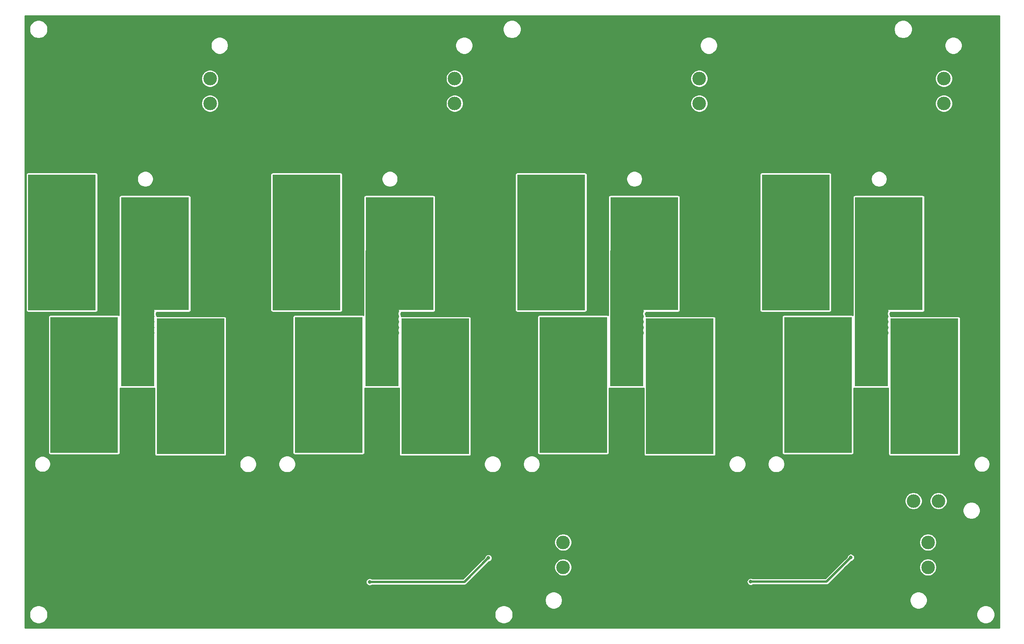
<source format=gbr>
G04 #@! TF.GenerationSoftware,KiCad,Pcbnew,5.1.4-e60b266~84~ubuntu18.04.1*
G04 #@! TF.CreationDate,2019-10-13T11:52:52+02:00*
G04 #@! TF.ProjectId,High_power__DC_DC_board,48696768-5f70-46f7-9765-725f5f44435f,rev?*
G04 #@! TF.SameCoordinates,Original*
G04 #@! TF.FileFunction,Copper,L2,Bot*
G04 #@! TF.FilePolarity,Positive*
%FSLAX46Y46*%
G04 Gerber Fmt 4.6, Leading zero omitted, Abs format (unit mm)*
G04 Created by KiCad (PCBNEW 5.1.4-e60b266~84~ubuntu18.04.1) date 2019-10-13 11:52:52*
%MOMM*%
%LPD*%
G04 APERTURE LIST*
%ADD10C,3.000000*%
%ADD11C,1.200000*%
%ADD12R,15.000000X25.000000*%
%ADD13R,15.000000X30.000000*%
%ADD14R,7.300000X30.000000*%
%ADD15C,0.800000*%
%ADD16C,0.500000*%
%ADD17C,0.254000*%
G04 APERTURE END LIST*
D10*
X220100000Y-131150000D03*
X220100000Y-135350000D03*
X214600000Y-131150000D03*
X214600000Y-135350000D03*
X137250000Y-145800000D03*
X133050000Y-145800000D03*
X137250000Y-140300000D03*
X133050000Y-140300000D03*
X59300000Y-37800000D03*
X63500000Y-37800000D03*
X59300000Y-43300000D03*
X63500000Y-43300000D03*
X113300000Y-37800000D03*
X117500000Y-37800000D03*
X113300000Y-43300000D03*
X117500000Y-43300000D03*
X221300000Y-37800000D03*
X225500000Y-37800000D03*
X221300000Y-43300000D03*
X225500000Y-43300000D03*
X167300000Y-37800000D03*
X171500000Y-37800000D03*
X167300000Y-43300000D03*
X171500000Y-43300000D03*
D11*
X108200000Y-97200000D03*
X108200000Y-98400000D03*
X108200000Y-99600000D03*
X108200000Y-100800000D03*
X108200000Y-93600000D03*
X108200000Y-94800000D03*
X108200000Y-96000000D03*
X106200000Y-93600000D03*
X106200000Y-94800000D03*
X106200000Y-96000000D03*
X106200000Y-97200000D03*
X106200000Y-98400000D03*
X106200000Y-99600000D03*
X106200000Y-100800000D03*
X107200000Y-97800000D03*
X107200000Y-99000000D03*
X107200000Y-96600000D03*
X107200000Y-95400000D03*
X107200000Y-94200000D03*
X107200000Y-100200000D03*
X105200000Y-94200000D03*
X105200000Y-95400000D03*
X105200000Y-96600000D03*
X105200000Y-97800000D03*
X105200000Y-99000000D03*
X105200000Y-100200000D03*
X104200000Y-93600000D03*
X104200000Y-94800000D03*
X104200000Y-96000000D03*
X104200000Y-97200000D03*
X104200000Y-98400000D03*
X104200000Y-99600000D03*
X104200000Y-100800000D03*
X103200000Y-94200000D03*
X103200000Y-95400000D03*
X103200000Y-96600000D03*
X103200000Y-97800000D03*
X103200000Y-99000000D03*
X103200000Y-100200000D03*
X102200000Y-93600000D03*
X102200000Y-94800000D03*
X102200000Y-96000000D03*
X102200000Y-97200000D03*
X102200000Y-98400000D03*
X102200000Y-99600000D03*
X100500000Y-90400000D03*
X100500000Y-91600000D03*
X100500000Y-92800000D03*
X100500000Y-94000000D03*
X100500000Y-86800000D03*
X100500000Y-88000000D03*
X100500000Y-89200000D03*
X98500000Y-88000000D03*
X98500000Y-89200000D03*
X98500000Y-90400000D03*
X98500000Y-91600000D03*
X98500000Y-92800000D03*
X99500000Y-93400000D03*
X98500000Y-94000000D03*
X99500000Y-87400000D03*
X99500000Y-88600000D03*
X99500000Y-89800000D03*
X99500000Y-91000000D03*
X99500000Y-92200000D03*
X98500000Y-86800000D03*
X97500000Y-92200000D03*
X97500000Y-91000000D03*
X97500000Y-89800000D03*
X97500000Y-88600000D03*
X97500000Y-87400000D03*
X96500000Y-86800000D03*
X96500000Y-88000000D03*
X96500000Y-89200000D03*
X96500000Y-90400000D03*
X96500000Y-91600000D03*
X96500000Y-92800000D03*
X97500000Y-93400000D03*
X96500000Y-94000000D03*
X95500000Y-93400000D03*
X95500000Y-92200000D03*
X95500000Y-91000000D03*
X95500000Y-89800000D03*
X95500000Y-88600000D03*
X95500000Y-87400000D03*
X94500000Y-86800000D03*
X94500000Y-88000000D03*
X94500000Y-89200000D03*
X94500000Y-90400000D03*
X94500000Y-91600000D03*
X94500000Y-92800000D03*
X92350000Y-97500000D03*
X92350000Y-98700000D03*
X92350000Y-99900000D03*
X92350000Y-93900000D03*
X92350000Y-95100000D03*
X92350000Y-92700000D03*
X92350000Y-96300000D03*
X91350000Y-96900000D03*
X91350000Y-95700000D03*
X91350000Y-94500000D03*
X91350000Y-93300000D03*
X90350000Y-97500000D03*
X90350000Y-98700000D03*
X90350000Y-99900000D03*
X90350000Y-93900000D03*
X91350000Y-99300000D03*
X90350000Y-95100000D03*
X91350000Y-98100000D03*
X90350000Y-92700000D03*
X90350000Y-96300000D03*
X89300000Y-99300000D03*
X88300000Y-92700000D03*
X88300000Y-93900000D03*
X88300000Y-95100000D03*
X88300000Y-96300000D03*
X89300000Y-98100000D03*
X89300000Y-96900000D03*
X89300000Y-95700000D03*
X89300000Y-94500000D03*
X89300000Y-93300000D03*
X88300000Y-97500000D03*
X88300000Y-98700000D03*
X88300000Y-99900000D03*
X87300000Y-99300000D03*
X87300000Y-98100000D03*
X87300000Y-96900000D03*
X87300000Y-95700000D03*
X87300000Y-94500000D03*
X87300000Y-93300000D03*
X86300000Y-92700000D03*
X86300000Y-93900000D03*
X86300000Y-95100000D03*
X86300000Y-96300000D03*
X86300000Y-97500000D03*
X86300000Y-98700000D03*
X84700000Y-80900000D03*
X84700000Y-82100000D03*
X84700000Y-83300000D03*
X84700000Y-84500000D03*
X83700000Y-86300000D03*
X83700000Y-82700000D03*
X84700000Y-86900000D03*
X84700000Y-85700000D03*
X84700000Y-79700000D03*
X83700000Y-80300000D03*
X83700000Y-85100000D03*
X83700000Y-83900000D03*
X83700000Y-81500000D03*
X82700000Y-79700000D03*
X82700000Y-80900000D03*
X82700000Y-82100000D03*
X82700000Y-83300000D03*
X82700000Y-84500000D03*
X82700000Y-85700000D03*
X82700000Y-86900000D03*
X81700000Y-86300000D03*
X81700000Y-85100000D03*
X81700000Y-83900000D03*
X81700000Y-82700000D03*
X81700000Y-81500000D03*
X81700000Y-80300000D03*
X80700000Y-79700000D03*
X80700000Y-80900000D03*
X80700000Y-82100000D03*
X80700000Y-83300000D03*
X80700000Y-84500000D03*
X80700000Y-85700000D03*
X80700000Y-86900000D03*
X79700000Y-86300000D03*
X79700000Y-85100000D03*
X79700000Y-83900000D03*
X79700000Y-82700000D03*
X79700000Y-81500000D03*
X79700000Y-80300000D03*
X78700000Y-79700000D03*
X78700000Y-80900000D03*
X78700000Y-82100000D03*
X78700000Y-83300000D03*
X78700000Y-84500000D03*
X78700000Y-85700000D03*
D12*
X101150000Y-76500000D03*
D13*
X109000000Y-105800000D03*
D14*
X97300000Y-90800000D03*
D13*
X85500000Y-105500000D03*
X80600000Y-74000000D03*
D11*
X102200000Y-100800000D03*
X94500000Y-94000000D03*
X86300000Y-99900000D03*
X78700000Y-86900000D03*
X54200000Y-97200000D03*
X54200000Y-98400000D03*
X54200000Y-99600000D03*
X54200000Y-100800000D03*
X54200000Y-93600000D03*
X54200000Y-94800000D03*
X54200000Y-96000000D03*
X52200000Y-93600000D03*
X52200000Y-94800000D03*
X52200000Y-96000000D03*
X52200000Y-97200000D03*
X52200000Y-98400000D03*
X52200000Y-99600000D03*
X52200000Y-100800000D03*
X53200000Y-97800000D03*
X53200000Y-99000000D03*
X53200000Y-96600000D03*
X53200000Y-95400000D03*
X53200000Y-94200000D03*
X53200000Y-100200000D03*
X51200000Y-94200000D03*
X51200000Y-95400000D03*
X51200000Y-96600000D03*
X51200000Y-97800000D03*
X51200000Y-99000000D03*
X51200000Y-100200000D03*
X50200000Y-93600000D03*
X50200000Y-94800000D03*
X50200000Y-96000000D03*
X50200000Y-97200000D03*
X50200000Y-98400000D03*
X50200000Y-99600000D03*
X50200000Y-100800000D03*
X49200000Y-94200000D03*
X49200000Y-95400000D03*
X49200000Y-96600000D03*
X49200000Y-97800000D03*
X49200000Y-99000000D03*
X49200000Y-100200000D03*
X48200000Y-93600000D03*
X48200000Y-94800000D03*
X48200000Y-96000000D03*
X48200000Y-97200000D03*
X48200000Y-98400000D03*
X48200000Y-99600000D03*
X46500000Y-90400000D03*
X46500000Y-91600000D03*
X46500000Y-92800000D03*
X46500000Y-94000000D03*
X46500000Y-86800000D03*
X46500000Y-88000000D03*
X46500000Y-89200000D03*
X44500000Y-88000000D03*
X44500000Y-89200000D03*
X44500000Y-90400000D03*
X44500000Y-91600000D03*
X44500000Y-92800000D03*
X45500000Y-93400000D03*
X44500000Y-94000000D03*
X45500000Y-87400000D03*
X45500000Y-88600000D03*
X45500000Y-89800000D03*
X45500000Y-91000000D03*
X45500000Y-92200000D03*
X44500000Y-86800000D03*
X43500000Y-92200000D03*
X43500000Y-91000000D03*
X43500000Y-89800000D03*
X43500000Y-88600000D03*
X43500000Y-87400000D03*
X42500000Y-86800000D03*
X42500000Y-88000000D03*
X42500000Y-89200000D03*
X42500000Y-90400000D03*
X42500000Y-91600000D03*
X42500000Y-92800000D03*
X43500000Y-93400000D03*
X42500000Y-94000000D03*
X41500000Y-93400000D03*
X41500000Y-92200000D03*
X41500000Y-91000000D03*
X41500000Y-89800000D03*
X41500000Y-88600000D03*
X41500000Y-87400000D03*
X40500000Y-86800000D03*
X40500000Y-88000000D03*
X40500000Y-89200000D03*
X40500000Y-90400000D03*
X40500000Y-91600000D03*
X40500000Y-92800000D03*
X38350000Y-97500000D03*
X38350000Y-98700000D03*
X38350000Y-99900000D03*
X38350000Y-93900000D03*
X38350000Y-95100000D03*
X38350000Y-92700000D03*
X38350000Y-96300000D03*
X37350000Y-96900000D03*
X37350000Y-95700000D03*
X37350000Y-94500000D03*
X37350000Y-93300000D03*
X36350000Y-97500000D03*
X36350000Y-98700000D03*
X36350000Y-99900000D03*
X36350000Y-93900000D03*
X37350000Y-99300000D03*
X36350000Y-95100000D03*
X37350000Y-98100000D03*
X36350000Y-92700000D03*
X36350000Y-96300000D03*
X35300000Y-99300000D03*
X34300000Y-92700000D03*
X34300000Y-93900000D03*
X34300000Y-95100000D03*
X34300000Y-96300000D03*
X35300000Y-98100000D03*
X35300000Y-96900000D03*
X35300000Y-95700000D03*
X35300000Y-94500000D03*
X35300000Y-93300000D03*
X34300000Y-97500000D03*
X34300000Y-98700000D03*
X34300000Y-99900000D03*
X33300000Y-99300000D03*
X33300000Y-98100000D03*
X33300000Y-96900000D03*
X33300000Y-95700000D03*
X33300000Y-94500000D03*
X33300000Y-93300000D03*
X32300000Y-92700000D03*
X32300000Y-93900000D03*
X32300000Y-95100000D03*
X32300000Y-96300000D03*
X32300000Y-97500000D03*
X32300000Y-98700000D03*
X30700000Y-80900000D03*
X30700000Y-82100000D03*
X30700000Y-83300000D03*
X30700000Y-84500000D03*
X29700000Y-86300000D03*
X29700000Y-82700000D03*
X30700000Y-86900000D03*
X30700000Y-85700000D03*
X30700000Y-79700000D03*
X29700000Y-80300000D03*
X29700000Y-85100000D03*
X29700000Y-83900000D03*
X29700000Y-81500000D03*
X28700000Y-79700000D03*
X28700000Y-80900000D03*
X28700000Y-82100000D03*
X28700000Y-83300000D03*
X28700000Y-84500000D03*
X28700000Y-85700000D03*
X28700000Y-86900000D03*
X27700000Y-86300000D03*
X27700000Y-85100000D03*
X27700000Y-83900000D03*
X27700000Y-82700000D03*
X27700000Y-81500000D03*
X27700000Y-80300000D03*
X26700000Y-79700000D03*
X26700000Y-80900000D03*
X26700000Y-82100000D03*
X26700000Y-83300000D03*
X26700000Y-84500000D03*
X26700000Y-85700000D03*
X26700000Y-86900000D03*
X25700000Y-86300000D03*
X25700000Y-85100000D03*
X25700000Y-83900000D03*
X25700000Y-82700000D03*
X25700000Y-81500000D03*
X25700000Y-80300000D03*
X24700000Y-79700000D03*
X24700000Y-80900000D03*
X24700000Y-82100000D03*
X24700000Y-83300000D03*
X24700000Y-84500000D03*
X24700000Y-85700000D03*
D12*
X47150000Y-76500000D03*
D13*
X55000000Y-105800000D03*
D14*
X43300000Y-90800000D03*
D13*
X31500000Y-105500000D03*
X26600000Y-74000000D03*
D11*
X48200000Y-100800000D03*
X40500000Y-94000000D03*
X32300000Y-99900000D03*
X24700000Y-86900000D03*
D10*
X217800000Y-145800000D03*
X213600000Y-145800000D03*
X217800000Y-140300000D03*
X213600000Y-140300000D03*
D11*
X216200000Y-97200000D03*
X216200000Y-98400000D03*
X216200000Y-99600000D03*
X216200000Y-100800000D03*
X216200000Y-93600000D03*
X216200000Y-94800000D03*
X216200000Y-96000000D03*
X214200000Y-93600000D03*
X214200000Y-94800000D03*
X214200000Y-96000000D03*
X214200000Y-97200000D03*
X214200000Y-98400000D03*
X214200000Y-99600000D03*
X214200000Y-100800000D03*
X215200000Y-97800000D03*
X215200000Y-99000000D03*
X215200000Y-96600000D03*
X215200000Y-95400000D03*
X215200000Y-94200000D03*
X215200000Y-100200000D03*
X213200000Y-94200000D03*
X213200000Y-95400000D03*
X213200000Y-96600000D03*
X213200000Y-97800000D03*
X213200000Y-99000000D03*
X213200000Y-100200000D03*
X212200000Y-93600000D03*
X212200000Y-94800000D03*
X212200000Y-96000000D03*
X212200000Y-97200000D03*
X212200000Y-98400000D03*
X212200000Y-99600000D03*
X212200000Y-100800000D03*
X211200000Y-94200000D03*
X211200000Y-95400000D03*
X211200000Y-96600000D03*
X211200000Y-97800000D03*
X211200000Y-99000000D03*
X211200000Y-100200000D03*
X210200000Y-93600000D03*
X210200000Y-94800000D03*
X210200000Y-96000000D03*
X210200000Y-97200000D03*
X210200000Y-98400000D03*
X210200000Y-99600000D03*
X208500000Y-90400000D03*
X208500000Y-91600000D03*
X208500000Y-92800000D03*
X208500000Y-94000000D03*
X208500000Y-86800000D03*
X208500000Y-88000000D03*
X208500000Y-89200000D03*
X206500000Y-88000000D03*
X206500000Y-89200000D03*
X206500000Y-90400000D03*
X206500000Y-91600000D03*
X206500000Y-92800000D03*
X207500000Y-93400000D03*
X206500000Y-94000000D03*
X207500000Y-87400000D03*
X207500000Y-88600000D03*
X207500000Y-89800000D03*
X207500000Y-91000000D03*
X207500000Y-92200000D03*
X206500000Y-86800000D03*
X205500000Y-92200000D03*
X205500000Y-91000000D03*
X205500000Y-89800000D03*
X205500000Y-88600000D03*
X205500000Y-87400000D03*
X204500000Y-86800000D03*
X204500000Y-88000000D03*
X204500000Y-89200000D03*
X204500000Y-90400000D03*
X204500000Y-91600000D03*
X204500000Y-92800000D03*
X205500000Y-93400000D03*
X204500000Y-94000000D03*
X203500000Y-93400000D03*
X203500000Y-92200000D03*
X203500000Y-91000000D03*
X203500000Y-89800000D03*
X203500000Y-88600000D03*
X203500000Y-87400000D03*
X202500000Y-86800000D03*
X202500000Y-88000000D03*
X202500000Y-89200000D03*
X202500000Y-90400000D03*
X202500000Y-91600000D03*
X202500000Y-92800000D03*
X200350000Y-97500000D03*
X200350000Y-98700000D03*
X200350000Y-99900000D03*
X200350000Y-93900000D03*
X200350000Y-95100000D03*
X200350000Y-92700000D03*
X200350000Y-96300000D03*
X199350000Y-96900000D03*
X199350000Y-95700000D03*
X199350000Y-94500000D03*
X199350000Y-93300000D03*
X198350000Y-97500000D03*
X198350000Y-98700000D03*
X198350000Y-99900000D03*
X198350000Y-93900000D03*
X199350000Y-99300000D03*
X198350000Y-95100000D03*
X199350000Y-98100000D03*
X198350000Y-92700000D03*
X198350000Y-96300000D03*
X197300000Y-99300000D03*
X196300000Y-92700000D03*
X196300000Y-93900000D03*
X196300000Y-95100000D03*
X196300000Y-96300000D03*
X197300000Y-98100000D03*
X197300000Y-96900000D03*
X197300000Y-95700000D03*
X197300000Y-94500000D03*
X197300000Y-93300000D03*
X196300000Y-97500000D03*
X196300000Y-98700000D03*
X196300000Y-99900000D03*
X195300000Y-99300000D03*
X195300000Y-98100000D03*
X195300000Y-96900000D03*
X195300000Y-95700000D03*
X195300000Y-94500000D03*
X195300000Y-93300000D03*
X194300000Y-92700000D03*
X194300000Y-93900000D03*
X194300000Y-95100000D03*
X194300000Y-96300000D03*
X194300000Y-97500000D03*
X194300000Y-98700000D03*
X192700000Y-80900000D03*
X192700000Y-82100000D03*
X192700000Y-83300000D03*
X192700000Y-84500000D03*
X191700000Y-86300000D03*
X191700000Y-82700000D03*
X192700000Y-86900000D03*
X192700000Y-85700000D03*
X192700000Y-79700000D03*
X191700000Y-80300000D03*
X191700000Y-85100000D03*
X191700000Y-83900000D03*
X191700000Y-81500000D03*
X190700000Y-79700000D03*
X190700000Y-80900000D03*
X190700000Y-82100000D03*
X190700000Y-83300000D03*
X190700000Y-84500000D03*
X190700000Y-85700000D03*
X190700000Y-86900000D03*
X189700000Y-86300000D03*
X189700000Y-85100000D03*
X189700000Y-83900000D03*
X189700000Y-82700000D03*
X189700000Y-81500000D03*
X189700000Y-80300000D03*
X188700000Y-79700000D03*
X188700000Y-80900000D03*
X188700000Y-82100000D03*
X188700000Y-83300000D03*
X188700000Y-84500000D03*
X188700000Y-85700000D03*
X188700000Y-86900000D03*
X187700000Y-86300000D03*
X187700000Y-85100000D03*
X187700000Y-83900000D03*
X187700000Y-82700000D03*
X187700000Y-81500000D03*
X187700000Y-80300000D03*
X186700000Y-79700000D03*
X186700000Y-80900000D03*
X186700000Y-82100000D03*
X186700000Y-83300000D03*
X186700000Y-84500000D03*
X186700000Y-85700000D03*
D12*
X209150000Y-76500000D03*
D13*
X217000000Y-105800000D03*
D14*
X205300000Y-90800000D03*
D13*
X193500000Y-105500000D03*
X188600000Y-74000000D03*
D11*
X210200000Y-100800000D03*
X202500000Y-94000000D03*
X194300000Y-99900000D03*
X186700000Y-86900000D03*
X162200000Y-97200000D03*
X162200000Y-98400000D03*
X162200000Y-99600000D03*
X162200000Y-100800000D03*
X162200000Y-93600000D03*
X162200000Y-94800000D03*
X162200000Y-96000000D03*
X160200000Y-93600000D03*
X160200000Y-94800000D03*
X160200000Y-96000000D03*
X160200000Y-97200000D03*
X160200000Y-98400000D03*
X160200000Y-99600000D03*
X160200000Y-100800000D03*
X161200000Y-97800000D03*
X161200000Y-99000000D03*
X161200000Y-96600000D03*
X161200000Y-95400000D03*
X161200000Y-94200000D03*
X161200000Y-100200000D03*
X159200000Y-94200000D03*
X159200000Y-95400000D03*
X159200000Y-96600000D03*
X159200000Y-97800000D03*
X159200000Y-99000000D03*
X159200000Y-100200000D03*
X158200000Y-93600000D03*
X158200000Y-94800000D03*
X158200000Y-96000000D03*
X158200000Y-97200000D03*
X158200000Y-98400000D03*
X158200000Y-99600000D03*
X158200000Y-100800000D03*
X157200000Y-94200000D03*
X157200000Y-95400000D03*
X157200000Y-96600000D03*
X157200000Y-97800000D03*
X157200000Y-99000000D03*
X157200000Y-100200000D03*
X156200000Y-93600000D03*
X156200000Y-94800000D03*
X156200000Y-96000000D03*
X156200000Y-97200000D03*
X156200000Y-98400000D03*
X156200000Y-99600000D03*
X154500000Y-90400000D03*
X154500000Y-91600000D03*
X154500000Y-92800000D03*
X154500000Y-94000000D03*
X154500000Y-86800000D03*
X154500000Y-88000000D03*
X154500000Y-89200000D03*
X152500000Y-88000000D03*
X152500000Y-89200000D03*
X152500000Y-90400000D03*
X152500000Y-91600000D03*
X152500000Y-92800000D03*
X153500000Y-93400000D03*
X152500000Y-94000000D03*
X153500000Y-87400000D03*
X153500000Y-88600000D03*
X153500000Y-89800000D03*
X153500000Y-91000000D03*
X153500000Y-92200000D03*
X152500000Y-86800000D03*
X151500000Y-92200000D03*
X151500000Y-91000000D03*
X151500000Y-89800000D03*
X151500000Y-88600000D03*
X151500000Y-87400000D03*
X150500000Y-86800000D03*
X150500000Y-88000000D03*
X150500000Y-89200000D03*
X150500000Y-90400000D03*
X150500000Y-91600000D03*
X150500000Y-92800000D03*
X151500000Y-93400000D03*
X150500000Y-94000000D03*
X149500000Y-93400000D03*
X149500000Y-92200000D03*
X149500000Y-91000000D03*
X149500000Y-89800000D03*
X149500000Y-88600000D03*
X149500000Y-87400000D03*
X148500000Y-86800000D03*
X148500000Y-88000000D03*
X148500000Y-89200000D03*
X148500000Y-90400000D03*
X148500000Y-91600000D03*
X148500000Y-92800000D03*
X146350000Y-97500000D03*
X146350000Y-98700000D03*
X146350000Y-99900000D03*
X146350000Y-93900000D03*
X146350000Y-95100000D03*
X146350000Y-92700000D03*
X146350000Y-96300000D03*
X145350000Y-96900000D03*
X145350000Y-95700000D03*
X145350000Y-94500000D03*
X145350000Y-93300000D03*
X144350000Y-97500000D03*
X144350000Y-98700000D03*
X144350000Y-99900000D03*
X144350000Y-93900000D03*
X145350000Y-99300000D03*
X144350000Y-95100000D03*
X145350000Y-98100000D03*
X144350000Y-92700000D03*
X144350000Y-96300000D03*
X143300000Y-99300000D03*
X142300000Y-92700000D03*
X142300000Y-93900000D03*
X142300000Y-95100000D03*
X142300000Y-96300000D03*
X143300000Y-98100000D03*
X143300000Y-96900000D03*
X143300000Y-95700000D03*
X143300000Y-94500000D03*
X143300000Y-93300000D03*
X142300000Y-97500000D03*
X142300000Y-98700000D03*
X142300000Y-99900000D03*
X141300000Y-99300000D03*
X141300000Y-98100000D03*
X141300000Y-96900000D03*
X141300000Y-95700000D03*
X141300000Y-94500000D03*
X141300000Y-93300000D03*
X140300000Y-92700000D03*
X140300000Y-93900000D03*
X140300000Y-95100000D03*
X140300000Y-96300000D03*
X140300000Y-97500000D03*
X140300000Y-98700000D03*
X138700000Y-80900000D03*
X138700000Y-82100000D03*
X138700000Y-83300000D03*
X138700000Y-84500000D03*
X137700000Y-86300000D03*
X137700000Y-82700000D03*
X138700000Y-86900000D03*
X138700000Y-85700000D03*
X138700000Y-79700000D03*
X137700000Y-80300000D03*
X137700000Y-85100000D03*
X137700000Y-83900000D03*
X137700000Y-81500000D03*
X136700000Y-79700000D03*
X136700000Y-80900000D03*
X136700000Y-82100000D03*
X136700000Y-83300000D03*
X136700000Y-84500000D03*
X136700000Y-85700000D03*
X136700000Y-86900000D03*
X135700000Y-86300000D03*
X135700000Y-85100000D03*
X135700000Y-83900000D03*
X135700000Y-82700000D03*
X135700000Y-81500000D03*
X135700000Y-80300000D03*
X134700000Y-79700000D03*
X134700000Y-80900000D03*
X134700000Y-82100000D03*
X134700000Y-83300000D03*
X134700000Y-84500000D03*
X134700000Y-85700000D03*
X134700000Y-86900000D03*
X133700000Y-86300000D03*
X133700000Y-85100000D03*
X133700000Y-83900000D03*
X133700000Y-82700000D03*
X133700000Y-81500000D03*
X133700000Y-80300000D03*
X132700000Y-79700000D03*
X132700000Y-80900000D03*
X132700000Y-82100000D03*
X132700000Y-83300000D03*
X132700000Y-84500000D03*
X132700000Y-85700000D03*
D12*
X155150000Y-76500000D03*
D13*
X163000000Y-105800000D03*
D14*
X151300000Y-90800000D03*
D13*
X139500000Y-105500000D03*
X134600000Y-74000000D03*
D11*
X156200000Y-100800000D03*
X148500000Y-94000000D03*
X140300000Y-99900000D03*
X132700000Y-86900000D03*
D15*
X174600000Y-145150000D03*
X174600000Y-145950000D03*
X175450000Y-145950000D03*
X175450000Y-145150000D03*
X175450000Y-146750000D03*
X174600000Y-146750000D03*
X173750000Y-146750000D03*
X173750000Y-145950000D03*
X173750000Y-145150000D03*
X175450000Y-144350000D03*
X174600000Y-144350000D03*
X173750000Y-144350000D03*
X93350000Y-145000000D03*
X94150000Y-145000000D03*
X96550000Y-145000000D03*
X95750000Y-145000000D03*
X94950000Y-145000000D03*
X179850000Y-145000000D03*
X179050000Y-145000000D03*
X177450000Y-145000000D03*
X180650000Y-145000000D03*
X178250000Y-145000000D03*
X198000000Y-27750000D03*
X197150000Y-27750000D03*
X196300000Y-27750000D03*
X195450000Y-27750000D03*
X195450000Y-26900000D03*
X196300000Y-26900000D03*
X197150000Y-26900000D03*
X198000000Y-26900000D03*
X143950000Y-27850000D03*
X143950000Y-27000000D03*
X141400000Y-27850000D03*
X143100000Y-27000000D03*
X142250000Y-27850000D03*
X142250000Y-27000000D03*
X143100000Y-27850000D03*
X141400000Y-27000000D03*
X84450000Y-33200000D03*
X87000000Y-32700000D03*
X86150000Y-32700000D03*
X84450000Y-34050000D03*
X87000000Y-31850000D03*
X85300000Y-34050000D03*
X86150000Y-31850000D03*
X85300000Y-33200000D03*
X32100000Y-31900000D03*
X32950000Y-32750000D03*
X32950000Y-31900000D03*
X31250000Y-34100000D03*
X31250000Y-33250000D03*
X32100000Y-32750000D03*
X30400000Y-34100000D03*
X30400000Y-33250000D03*
X181450000Y-145000000D03*
X97350000Y-145000000D03*
X84700000Y-126050000D03*
X97450000Y-126050000D03*
X98300000Y-125200000D03*
X99150000Y-125200000D03*
X88100000Y-126900000D03*
X89800000Y-124350000D03*
X86400000Y-126900000D03*
X107650000Y-124350000D03*
X92350000Y-126050000D03*
X98300000Y-126900000D03*
X94050000Y-126900000D03*
X84700000Y-125200000D03*
X94050000Y-124350000D03*
X97450000Y-125200000D03*
X100850000Y-124350000D03*
X97450000Y-126900000D03*
X104250000Y-126900000D03*
X88950000Y-124350000D03*
X107650000Y-126900000D03*
X100850000Y-126050000D03*
X104250000Y-126050000D03*
X87250000Y-126900000D03*
X100000000Y-126900000D03*
X85550000Y-126050000D03*
X88950000Y-126900000D03*
X99150000Y-126900000D03*
X94900000Y-126900000D03*
X86400000Y-124350000D03*
X96600000Y-125200000D03*
X94900000Y-125200000D03*
X103400000Y-124350000D03*
X92350000Y-126900000D03*
X105100000Y-126900000D03*
X106800000Y-126900000D03*
X105950000Y-125200000D03*
X89800000Y-125200000D03*
X93200000Y-126050000D03*
X84700000Y-124350000D03*
X105950000Y-126050000D03*
X95750000Y-126050000D03*
X105950000Y-124350000D03*
X88100000Y-126050000D03*
X95750000Y-124350000D03*
X94050000Y-126050000D03*
X93200000Y-124350000D03*
X100000000Y-126050000D03*
X86400000Y-126050000D03*
X93200000Y-126900000D03*
X91500000Y-125200000D03*
X105100000Y-126050000D03*
X94900000Y-124350000D03*
X90650000Y-126050000D03*
X100850000Y-126900000D03*
X96600000Y-124350000D03*
X96600000Y-126900000D03*
X107650000Y-125200000D03*
X100000000Y-124350000D03*
X102550000Y-126900000D03*
X104250000Y-124350000D03*
X100850000Y-125200000D03*
X91500000Y-124350000D03*
X91500000Y-126050000D03*
X95750000Y-126900000D03*
X85550000Y-126900000D03*
X94900000Y-126050000D03*
X107650000Y-126050000D03*
X106800000Y-126050000D03*
X100000000Y-125200000D03*
X86400000Y-125200000D03*
X97450000Y-124350000D03*
X105950000Y-126900000D03*
X88100000Y-124350000D03*
X102550000Y-125200000D03*
X90650000Y-125200000D03*
X106800000Y-124350000D03*
X101700000Y-124350000D03*
X99150000Y-126050000D03*
X98300000Y-126050000D03*
X98300000Y-124350000D03*
X89800000Y-126900000D03*
X101700000Y-126900000D03*
X90650000Y-126900000D03*
X103400000Y-126900000D03*
X99150000Y-124350000D03*
X102550000Y-124350000D03*
X88950000Y-126050000D03*
X106800000Y-125200000D03*
X101700000Y-125200000D03*
X90650000Y-124350000D03*
X91500000Y-126900000D03*
X89800000Y-126050000D03*
X94050000Y-125200000D03*
X88950000Y-125200000D03*
X102550000Y-126050000D03*
X95750000Y-125200000D03*
X104250000Y-125200000D03*
X87250000Y-125200000D03*
X92350000Y-125200000D03*
X103400000Y-125200000D03*
X87250000Y-124350000D03*
X92350000Y-124350000D03*
X88100000Y-125200000D03*
X101700000Y-126050000D03*
X84700000Y-126900000D03*
X103400000Y-126050000D03*
X85550000Y-124350000D03*
X87250000Y-126050000D03*
X85550000Y-125200000D03*
X105100000Y-125200000D03*
X93200000Y-125200000D03*
X105100000Y-124350000D03*
X96600000Y-126050000D03*
X215100000Y-55750000D03*
X214250000Y-55750000D03*
X212550000Y-54050000D03*
X210850000Y-54050000D03*
X211700000Y-54050000D03*
X215100000Y-54050000D03*
X208300000Y-56600000D03*
X212550000Y-55750000D03*
X208300000Y-54050000D03*
X209150000Y-55750000D03*
X214250000Y-54050000D03*
X210000000Y-56600000D03*
X211700000Y-55750000D03*
X214250000Y-56600000D03*
X206600000Y-54900000D03*
X215100000Y-54900000D03*
X205750000Y-55750000D03*
X206600000Y-56600000D03*
X207450000Y-56600000D03*
X205750000Y-54900000D03*
X213400000Y-54050000D03*
X207450000Y-54050000D03*
X209150000Y-56600000D03*
X211700000Y-56600000D03*
X208300000Y-54900000D03*
X207450000Y-55750000D03*
X210850000Y-55750000D03*
X209150000Y-54050000D03*
X210000000Y-54900000D03*
X206600000Y-54050000D03*
X207450000Y-54900000D03*
X211700000Y-54900000D03*
X206600000Y-55750000D03*
X213400000Y-54900000D03*
X209150000Y-54900000D03*
X205750000Y-56600000D03*
X214250000Y-54900000D03*
X212550000Y-54900000D03*
X208300000Y-55750000D03*
X210850000Y-56600000D03*
X210000000Y-54050000D03*
X210850000Y-54900000D03*
X212550000Y-56600000D03*
X213400000Y-55750000D03*
X213400000Y-56600000D03*
X215100000Y-56600000D03*
X210000000Y-55750000D03*
X205750000Y-54050000D03*
X161150000Y-54900000D03*
X161150000Y-55750000D03*
X160300000Y-54050000D03*
X158600000Y-55750000D03*
X156900000Y-54050000D03*
X158600000Y-56600000D03*
X159450000Y-55750000D03*
X155200000Y-54900000D03*
X158600000Y-54050000D03*
X151800000Y-54900000D03*
X160300000Y-56600000D03*
X155200000Y-55750000D03*
X152650000Y-55750000D03*
X157750000Y-54900000D03*
X156050000Y-56600000D03*
X154350000Y-54050000D03*
X153500000Y-54050000D03*
X156050000Y-54900000D03*
X155200000Y-56600000D03*
X154350000Y-54900000D03*
X159450000Y-56600000D03*
X161150000Y-56600000D03*
X153500000Y-56600000D03*
X157750000Y-55750000D03*
X152650000Y-56600000D03*
X158600000Y-54900000D03*
X154350000Y-55750000D03*
X156900000Y-55750000D03*
X155200000Y-54050000D03*
X153500000Y-55750000D03*
X156050000Y-55750000D03*
X151800000Y-54050000D03*
X156050000Y-54050000D03*
X156900000Y-54900000D03*
X159450000Y-54050000D03*
X154350000Y-56600000D03*
X151800000Y-55750000D03*
X159450000Y-54900000D03*
X156900000Y-56600000D03*
X161150000Y-54050000D03*
X151800000Y-56600000D03*
X157750000Y-54050000D03*
X160300000Y-55750000D03*
X152650000Y-54050000D03*
X160300000Y-54900000D03*
X153500000Y-54900000D03*
X152650000Y-54900000D03*
X157750000Y-56600000D03*
X105450000Y-54900000D03*
X102900000Y-56600000D03*
X100350000Y-54050000D03*
X99500000Y-54050000D03*
X102050000Y-54900000D03*
X101200000Y-56600000D03*
X101200000Y-54900000D03*
X104600000Y-54050000D03*
X107150000Y-56600000D03*
X99500000Y-56600000D03*
X107150000Y-55750000D03*
X107150000Y-54900000D03*
X99500000Y-54900000D03*
X98650000Y-54900000D03*
X103750000Y-55750000D03*
X98650000Y-56600000D03*
X101200000Y-55750000D03*
X98650000Y-55750000D03*
X103750000Y-54050000D03*
X106300000Y-55750000D03*
X104600000Y-56600000D03*
X97800000Y-54050000D03*
X102050000Y-54050000D03*
X106300000Y-54050000D03*
X100350000Y-56600000D03*
X97800000Y-55750000D03*
X102900000Y-54050000D03*
X102900000Y-54900000D03*
X105450000Y-54050000D03*
X99500000Y-55750000D03*
X102050000Y-55750000D03*
X102900000Y-55750000D03*
X101200000Y-54050000D03*
X104600000Y-55750000D03*
X98650000Y-54050000D03*
X106300000Y-54900000D03*
X100350000Y-54900000D03*
X105450000Y-56600000D03*
X103750000Y-56600000D03*
X104600000Y-54900000D03*
X100350000Y-55750000D03*
X105450000Y-55750000D03*
X107150000Y-54050000D03*
X97800000Y-56600000D03*
X103750000Y-54900000D03*
X102050000Y-56600000D03*
X97800000Y-54900000D03*
X106300000Y-56600000D03*
X53150000Y-56600000D03*
X45500000Y-55750000D03*
X47200000Y-54900000D03*
X44650000Y-54900000D03*
X44650000Y-55750000D03*
X53150000Y-55750000D03*
X51450000Y-54900000D03*
X52300000Y-55750000D03*
X45500000Y-54050000D03*
X52300000Y-56600000D03*
X46350000Y-56600000D03*
X43800000Y-55750000D03*
X46350000Y-54050000D03*
X48900000Y-55750000D03*
X47200000Y-54050000D03*
X49750000Y-54050000D03*
X48050000Y-55750000D03*
X53150000Y-54900000D03*
X48050000Y-54050000D03*
X52300000Y-54050000D03*
X51450000Y-56600000D03*
X49750000Y-56600000D03*
X51450000Y-55750000D03*
X53150000Y-54050000D03*
X47200000Y-55750000D03*
X45500000Y-54900000D03*
X45500000Y-56600000D03*
X51450000Y-54050000D03*
X48900000Y-54050000D03*
X48900000Y-54900000D03*
X48050000Y-54900000D03*
X50600000Y-56600000D03*
X50600000Y-54900000D03*
X46350000Y-55750000D03*
X47200000Y-56600000D03*
X48050000Y-56600000D03*
X43800000Y-54900000D03*
X48900000Y-56600000D03*
X43800000Y-54050000D03*
X50600000Y-55750000D03*
X44650000Y-54050000D03*
X49750000Y-55750000D03*
X50600000Y-54050000D03*
X52300000Y-54900000D03*
X46350000Y-54900000D03*
X44650000Y-56600000D03*
X43800000Y-56600000D03*
X49750000Y-54900000D03*
X164800000Y-127000000D03*
X161400000Y-127000000D03*
X145250000Y-125300000D03*
X152050000Y-127000000D03*
X154600000Y-125300000D03*
X155450000Y-127000000D03*
X151200000Y-125300000D03*
X146950000Y-126150000D03*
X143550000Y-124450000D03*
X160550000Y-125300000D03*
X152050000Y-125300000D03*
X164800000Y-124450000D03*
X141850000Y-124450000D03*
X156300000Y-124450000D03*
X158850000Y-124450000D03*
X157150000Y-127000000D03*
X147800000Y-126150000D03*
X158850000Y-125300000D03*
X147800000Y-127000000D03*
X152050000Y-126150000D03*
X163950000Y-126150000D03*
X163100000Y-125300000D03*
X149500000Y-126150000D03*
X150350000Y-127000000D03*
X144400000Y-125300000D03*
X141850000Y-126150000D03*
X142700000Y-125300000D03*
X150350000Y-126150000D03*
X142700000Y-127000000D03*
X151200000Y-124450000D03*
X148650000Y-127000000D03*
X145250000Y-126150000D03*
X158850000Y-127000000D03*
X142700000Y-124450000D03*
X152900000Y-124450000D03*
X146100000Y-127000000D03*
X145250000Y-124450000D03*
X150350000Y-124450000D03*
X149500000Y-127000000D03*
X160550000Y-127000000D03*
X153750000Y-124450000D03*
X153750000Y-127000000D03*
X141850000Y-127000000D03*
X146100000Y-125300000D03*
X159700000Y-124450000D03*
X152050000Y-124450000D03*
X158000000Y-127000000D03*
X161400000Y-124450000D03*
X146100000Y-124450000D03*
X162250000Y-124450000D03*
X145250000Y-127000000D03*
X146950000Y-127000000D03*
X144400000Y-124450000D03*
X142700000Y-126150000D03*
X155450000Y-124450000D03*
X158850000Y-126150000D03*
X153750000Y-126150000D03*
X151200000Y-127000000D03*
X162250000Y-125300000D03*
X164800000Y-126150000D03*
X163950000Y-125300000D03*
X156300000Y-126150000D03*
X155450000Y-125300000D03*
X146100000Y-126150000D03*
X154600000Y-126150000D03*
X156300000Y-125300000D03*
X157150000Y-124450000D03*
X157150000Y-126150000D03*
X163950000Y-127000000D03*
X143550000Y-126150000D03*
X152900000Y-126150000D03*
X161400000Y-126150000D03*
X144400000Y-126150000D03*
X155450000Y-126150000D03*
X159700000Y-126150000D03*
X153750000Y-125300000D03*
X147800000Y-125300000D03*
X158000000Y-124450000D03*
X159700000Y-125300000D03*
X152900000Y-127000000D03*
X149500000Y-125300000D03*
X152900000Y-125300000D03*
X163100000Y-126150000D03*
X159700000Y-127000000D03*
X161400000Y-125300000D03*
X147800000Y-124450000D03*
X151200000Y-126150000D03*
X148650000Y-126150000D03*
X149500000Y-124450000D03*
X162250000Y-126150000D03*
X164800000Y-125300000D03*
X150350000Y-125300000D03*
X148650000Y-125300000D03*
X163950000Y-124450000D03*
X141850000Y-125300000D03*
X158000000Y-126150000D03*
X156300000Y-127000000D03*
X158000000Y-125300000D03*
X163100000Y-124450000D03*
X146950000Y-125300000D03*
X148650000Y-124450000D03*
X157150000Y-125300000D03*
X160550000Y-124450000D03*
X143550000Y-127000000D03*
X143550000Y-125300000D03*
X154600000Y-124450000D03*
X146950000Y-124450000D03*
X144400000Y-127000000D03*
X163100000Y-127000000D03*
X154600000Y-127000000D03*
X160550000Y-126150000D03*
X162250000Y-127000000D03*
X217400000Y-127150000D03*
X215700000Y-126300000D03*
X209750000Y-127150000D03*
X218250000Y-127150000D03*
X199550000Y-127150000D03*
X202100000Y-124600000D03*
X209750000Y-124600000D03*
X198700000Y-125450000D03*
X198700000Y-127150000D03*
X215700000Y-124600000D03*
X212300000Y-125450000D03*
X203800000Y-124600000D03*
X202100000Y-125450000D03*
X218250000Y-124600000D03*
X213150000Y-125450000D03*
X211450000Y-127150000D03*
X213150000Y-126300000D03*
X197000000Y-125450000D03*
X219100000Y-124600000D03*
X203800000Y-125450000D03*
X205500000Y-125450000D03*
X219950000Y-125450000D03*
X217400000Y-126300000D03*
X204650000Y-124600000D03*
X203800000Y-126300000D03*
X206350000Y-126300000D03*
X202950000Y-124600000D03*
X216550000Y-125450000D03*
X214850000Y-127150000D03*
X218250000Y-126300000D03*
X208050000Y-125450000D03*
X204650000Y-125450000D03*
X208050000Y-127150000D03*
X214850000Y-125450000D03*
X213150000Y-124600000D03*
X202950000Y-125450000D03*
X208900000Y-125450000D03*
X214850000Y-126300000D03*
X210600000Y-126300000D03*
X199550000Y-126300000D03*
X216550000Y-126300000D03*
X208050000Y-126300000D03*
X198700000Y-126300000D03*
X219100000Y-127150000D03*
X212300000Y-126300000D03*
X212300000Y-124600000D03*
X211450000Y-125450000D03*
X209750000Y-126300000D03*
X201250000Y-126300000D03*
X210600000Y-125450000D03*
X211450000Y-126300000D03*
X219100000Y-125450000D03*
X219950000Y-126300000D03*
X217400000Y-125450000D03*
X206350000Y-127150000D03*
X208900000Y-126300000D03*
X214000000Y-126300000D03*
X210600000Y-124600000D03*
X197850000Y-126300000D03*
X199550000Y-124600000D03*
X202100000Y-127150000D03*
X200400000Y-127150000D03*
X217400000Y-124600000D03*
X201250000Y-124600000D03*
X216550000Y-124600000D03*
X213150000Y-127150000D03*
X207200000Y-124600000D03*
X214850000Y-124600000D03*
X201250000Y-125450000D03*
X197000000Y-127150000D03*
X208900000Y-127150000D03*
X208900000Y-124600000D03*
X215700000Y-127150000D03*
X204650000Y-127150000D03*
X205500000Y-124600000D03*
X200400000Y-124600000D03*
X201250000Y-127150000D03*
X208050000Y-124600000D03*
X197850000Y-124600000D03*
X214000000Y-127150000D03*
X200400000Y-126300000D03*
X203800000Y-127150000D03*
X206350000Y-124600000D03*
X197850000Y-127150000D03*
X205500000Y-126300000D03*
X197850000Y-125450000D03*
X197000000Y-126300000D03*
X199550000Y-125450000D03*
X205500000Y-127150000D03*
X204650000Y-126300000D03*
X218250000Y-125450000D03*
X219100000Y-126300000D03*
X207200000Y-126300000D03*
X202950000Y-127150000D03*
X214000000Y-125450000D03*
X202950000Y-126300000D03*
X212300000Y-127150000D03*
X214000000Y-124600000D03*
X211450000Y-124600000D03*
X197000000Y-124600000D03*
X219950000Y-124600000D03*
X207200000Y-125450000D03*
X215700000Y-125450000D03*
X198700000Y-124600000D03*
X202100000Y-126300000D03*
X206350000Y-125450000D03*
X210600000Y-127150000D03*
X209750000Y-125450000D03*
X207200000Y-127150000D03*
X200400000Y-125450000D03*
X216550000Y-127150000D03*
X219950000Y-127150000D03*
X34750000Y-125100000D03*
X47500000Y-126800000D03*
X33050000Y-125950000D03*
X41550000Y-126800000D03*
X53450000Y-125100000D03*
X50900000Y-126800000D03*
X42400000Y-126800000D03*
X39850000Y-124250000D03*
X42400000Y-124250000D03*
X56000000Y-124250000D03*
X33050000Y-124250000D03*
X48350000Y-126800000D03*
X34750000Y-126800000D03*
X41550000Y-124250000D03*
X40700000Y-125100000D03*
X47500000Y-125950000D03*
X46650000Y-124250000D03*
X42400000Y-125100000D03*
X52600000Y-125100000D03*
X44100000Y-125100000D03*
X51750000Y-124250000D03*
X37300000Y-124250000D03*
X44950000Y-125950000D03*
X55150000Y-126800000D03*
X49200000Y-125100000D03*
X33900000Y-125100000D03*
X33050000Y-126800000D03*
X36450000Y-125950000D03*
X44950000Y-124250000D03*
X54300000Y-125100000D03*
X40700000Y-126800000D03*
X54300000Y-126800000D03*
X50900000Y-125100000D03*
X50050000Y-124250000D03*
X52600000Y-124250000D03*
X39850000Y-125950000D03*
X43250000Y-125950000D03*
X55150000Y-125950000D03*
X33900000Y-124250000D03*
X39850000Y-125100000D03*
X53450000Y-125950000D03*
X50050000Y-125950000D03*
X45800000Y-125950000D03*
X49200000Y-126800000D03*
X43250000Y-126800000D03*
X44100000Y-126800000D03*
X46650000Y-125100000D03*
X47500000Y-125100000D03*
X56000000Y-125100000D03*
X48350000Y-125100000D03*
X55150000Y-125100000D03*
X39000000Y-124250000D03*
X38150000Y-125950000D03*
X51750000Y-125100000D03*
X37300000Y-125950000D03*
X36450000Y-125100000D03*
X41550000Y-125950000D03*
X39850000Y-126800000D03*
X38150000Y-126800000D03*
X50050000Y-125100000D03*
X39000000Y-126800000D03*
X50900000Y-125950000D03*
X56000000Y-125950000D03*
X39000000Y-125100000D03*
X46650000Y-125950000D03*
X46650000Y-126800000D03*
X45800000Y-126800000D03*
X52600000Y-125950000D03*
X33050000Y-125100000D03*
X33900000Y-126800000D03*
X53450000Y-126800000D03*
X42400000Y-125950000D03*
X53450000Y-124250000D03*
X45800000Y-125100000D03*
X45800000Y-124250000D03*
X38150000Y-125100000D03*
X47500000Y-124250000D03*
X43250000Y-125100000D03*
X35600000Y-124250000D03*
X36450000Y-124250000D03*
X36450000Y-126800000D03*
X38150000Y-124250000D03*
X39000000Y-125950000D03*
X54300000Y-124250000D03*
X34750000Y-125950000D03*
X43250000Y-124250000D03*
X44100000Y-124250000D03*
X50050000Y-126800000D03*
X51750000Y-126800000D03*
X50900000Y-124250000D03*
X48350000Y-125950000D03*
X35600000Y-126800000D03*
X54300000Y-125950000D03*
X48350000Y-124250000D03*
X40700000Y-124250000D03*
X40700000Y-125950000D03*
X44950000Y-126800000D03*
X44100000Y-125950000D03*
X33900000Y-125950000D03*
X51750000Y-125950000D03*
X35600000Y-125100000D03*
X37300000Y-125100000D03*
X44950000Y-125100000D03*
X37300000Y-126800000D03*
X41550000Y-125100000D03*
X35600000Y-125950000D03*
X49200000Y-125950000D03*
X56000000Y-126800000D03*
X34750000Y-124250000D03*
X49200000Y-124250000D03*
X52600000Y-126800000D03*
X55150000Y-124250000D03*
X89600000Y-145150000D03*
X89600000Y-144350000D03*
X90450000Y-144350000D03*
X91300000Y-146750000D03*
X89600000Y-146750000D03*
X91300000Y-144350000D03*
X91300000Y-145950000D03*
X91300000Y-145150000D03*
X90450000Y-145150000D03*
X90450000Y-146750000D03*
X90450000Y-145950000D03*
X89600000Y-145950000D03*
X94550000Y-149050000D03*
X120750000Y-143750000D03*
X200750000Y-143650000D03*
X178649996Y-149000000D03*
D16*
X115450000Y-149050000D02*
X120750000Y-143750000D01*
X94550000Y-149050000D02*
X115450000Y-149050000D01*
X195400000Y-149000000D02*
X178649996Y-149000000D01*
X200750000Y-143650000D02*
X195400000Y-149000000D01*
D17*
G36*
X233548001Y-159248000D02*
G01*
X18452000Y-159248000D01*
X18452000Y-156050358D01*
X19423000Y-156050358D01*
X19423000Y-156449642D01*
X19500896Y-156841254D01*
X19653696Y-157210145D01*
X19875526Y-157542137D01*
X20157863Y-157824474D01*
X20489855Y-158046304D01*
X20858746Y-158199104D01*
X21250358Y-158277000D01*
X21649642Y-158277000D01*
X22041254Y-158199104D01*
X22410145Y-158046304D01*
X22742137Y-157824474D01*
X23024474Y-157542137D01*
X23246304Y-157210145D01*
X23399104Y-156841254D01*
X23477000Y-156449642D01*
X23477000Y-156050358D01*
X122123000Y-156050358D01*
X122123000Y-156449642D01*
X122200896Y-156841254D01*
X122353696Y-157210145D01*
X122575526Y-157542137D01*
X122857863Y-157824474D01*
X123189855Y-158046304D01*
X123558746Y-158199104D01*
X123950358Y-158277000D01*
X124349642Y-158277000D01*
X124741254Y-158199104D01*
X125110145Y-158046304D01*
X125442137Y-157824474D01*
X125724474Y-157542137D01*
X125946304Y-157210145D01*
X126099104Y-156841254D01*
X126177000Y-156449642D01*
X126177000Y-156050358D01*
X228523000Y-156050358D01*
X228523000Y-156449642D01*
X228600896Y-156841254D01*
X228753696Y-157210145D01*
X228975526Y-157542137D01*
X229257863Y-157824474D01*
X229589855Y-158046304D01*
X229958746Y-158199104D01*
X230350358Y-158277000D01*
X230749642Y-158277000D01*
X231141254Y-158199104D01*
X231510145Y-158046304D01*
X231842137Y-157824474D01*
X232124474Y-157542137D01*
X232346304Y-157210145D01*
X232499104Y-156841254D01*
X232577000Y-156449642D01*
X232577000Y-156050358D01*
X232499104Y-155658746D01*
X232346304Y-155289855D01*
X232124474Y-154957863D01*
X231842137Y-154675526D01*
X231510145Y-154453696D01*
X231141254Y-154300896D01*
X230749642Y-154223000D01*
X230350358Y-154223000D01*
X229958746Y-154300896D01*
X229589855Y-154453696D01*
X229257863Y-154675526D01*
X228975526Y-154957863D01*
X228753696Y-155289855D01*
X228600896Y-155658746D01*
X228523000Y-156050358D01*
X126177000Y-156050358D01*
X126099104Y-155658746D01*
X125946304Y-155289855D01*
X125724474Y-154957863D01*
X125442137Y-154675526D01*
X125110145Y-154453696D01*
X124741254Y-154300896D01*
X124349642Y-154223000D01*
X123950358Y-154223000D01*
X123558746Y-154300896D01*
X123189855Y-154453696D01*
X122857863Y-154675526D01*
X122575526Y-154957863D01*
X122353696Y-155289855D01*
X122200896Y-155658746D01*
X122123000Y-156050358D01*
X23477000Y-156050358D01*
X23399104Y-155658746D01*
X23246304Y-155289855D01*
X23024474Y-154957863D01*
X22742137Y-154675526D01*
X22410145Y-154453696D01*
X22041254Y-154300896D01*
X21649642Y-154223000D01*
X21250358Y-154223000D01*
X20858746Y-154300896D01*
X20489855Y-154453696D01*
X20157863Y-154675526D01*
X19875526Y-154957863D01*
X19653696Y-155289855D01*
X19500896Y-155658746D01*
X19423000Y-156050358D01*
X18452000Y-156050358D01*
X18452000Y-152910207D01*
X133223000Y-152910207D01*
X133223000Y-153289793D01*
X133297053Y-153662085D01*
X133442315Y-154012777D01*
X133653201Y-154328391D01*
X133921609Y-154596799D01*
X134237223Y-154807685D01*
X134587915Y-154952947D01*
X134960207Y-155027000D01*
X135339793Y-155027000D01*
X135712085Y-154952947D01*
X136062777Y-154807685D01*
X136378391Y-154596799D01*
X136646799Y-154328391D01*
X136857685Y-154012777D01*
X137002947Y-153662085D01*
X137077000Y-153289793D01*
X137077000Y-152910207D01*
X213773000Y-152910207D01*
X213773000Y-153289793D01*
X213847053Y-153662085D01*
X213992315Y-154012777D01*
X214203201Y-154328391D01*
X214471609Y-154596799D01*
X214787223Y-154807685D01*
X215137915Y-154952947D01*
X215510207Y-155027000D01*
X215889793Y-155027000D01*
X216262085Y-154952947D01*
X216612777Y-154807685D01*
X216928391Y-154596799D01*
X217196799Y-154328391D01*
X217407685Y-154012777D01*
X217552947Y-153662085D01*
X217627000Y-153289793D01*
X217627000Y-152910207D01*
X217552947Y-152537915D01*
X217407685Y-152187223D01*
X217196799Y-151871609D01*
X216928391Y-151603201D01*
X216612777Y-151392315D01*
X216262085Y-151247053D01*
X215889793Y-151173000D01*
X215510207Y-151173000D01*
X215137915Y-151247053D01*
X214787223Y-151392315D01*
X214471609Y-151603201D01*
X214203201Y-151871609D01*
X213992315Y-152187223D01*
X213847053Y-152537915D01*
X213773000Y-152910207D01*
X137077000Y-152910207D01*
X137002947Y-152537915D01*
X136857685Y-152187223D01*
X136646799Y-151871609D01*
X136378391Y-151603201D01*
X136062777Y-151392315D01*
X135712085Y-151247053D01*
X135339793Y-151173000D01*
X134960207Y-151173000D01*
X134587915Y-151247053D01*
X134237223Y-151392315D01*
X133921609Y-151603201D01*
X133653201Y-151871609D01*
X133442315Y-152187223D01*
X133297053Y-152537915D01*
X133223000Y-152910207D01*
X18452000Y-152910207D01*
X18452000Y-148968548D01*
X93723000Y-148968548D01*
X93723000Y-149131452D01*
X93754782Y-149291227D01*
X93817123Y-149441731D01*
X93907628Y-149577181D01*
X94022819Y-149692372D01*
X94158269Y-149782877D01*
X94308773Y-149845218D01*
X94468548Y-149877000D01*
X94631452Y-149877000D01*
X94791227Y-149845218D01*
X94941731Y-149782877D01*
X95025357Y-149727000D01*
X115416755Y-149727000D01*
X115450000Y-149730274D01*
X115483245Y-149727000D01*
X115483252Y-149727000D01*
X115582715Y-149717204D01*
X115710330Y-149678492D01*
X115827941Y-149615628D01*
X115931027Y-149531027D01*
X115952226Y-149505196D01*
X116538874Y-148918548D01*
X177822996Y-148918548D01*
X177822996Y-149081452D01*
X177854778Y-149241227D01*
X177917119Y-149391731D01*
X178007624Y-149527181D01*
X178122815Y-149642372D01*
X178258265Y-149732877D01*
X178408769Y-149795218D01*
X178568544Y-149827000D01*
X178731448Y-149827000D01*
X178891223Y-149795218D01*
X179041727Y-149732877D01*
X179125353Y-149677000D01*
X195366755Y-149677000D01*
X195400000Y-149680274D01*
X195433245Y-149677000D01*
X195433252Y-149677000D01*
X195532715Y-149667204D01*
X195660330Y-149628492D01*
X195777941Y-149565628D01*
X195881027Y-149481027D01*
X195902226Y-149455196D01*
X199747215Y-145610207D01*
X215873000Y-145610207D01*
X215873000Y-145989793D01*
X215947053Y-146362085D01*
X216092315Y-146712777D01*
X216303201Y-147028391D01*
X216571609Y-147296799D01*
X216887223Y-147507685D01*
X217237915Y-147652947D01*
X217610207Y-147727000D01*
X217989793Y-147727000D01*
X218362085Y-147652947D01*
X218712777Y-147507685D01*
X219028391Y-147296799D01*
X219296799Y-147028391D01*
X219507685Y-146712777D01*
X219652947Y-146362085D01*
X219727000Y-145989793D01*
X219727000Y-145610207D01*
X219652947Y-145237915D01*
X219507685Y-144887223D01*
X219296799Y-144571609D01*
X219028391Y-144303201D01*
X218712777Y-144092315D01*
X218362085Y-143947053D01*
X217989793Y-143873000D01*
X217610207Y-143873000D01*
X217237915Y-143947053D01*
X216887223Y-144092315D01*
X216571609Y-144303201D01*
X216303201Y-144571609D01*
X216092315Y-144887223D01*
X215947053Y-145237915D01*
X215873000Y-145610207D01*
X199747215Y-145610207D01*
X200892583Y-144464840D01*
X200991227Y-144445218D01*
X201141731Y-144382877D01*
X201277181Y-144292372D01*
X201392372Y-144177181D01*
X201482877Y-144041731D01*
X201545218Y-143891227D01*
X201577000Y-143731452D01*
X201577000Y-143568548D01*
X201545218Y-143408773D01*
X201482877Y-143258269D01*
X201392372Y-143122819D01*
X201277181Y-143007628D01*
X201141731Y-142917123D01*
X200991227Y-142854782D01*
X200831452Y-142823000D01*
X200668548Y-142823000D01*
X200508773Y-142854782D01*
X200358269Y-142917123D01*
X200222819Y-143007628D01*
X200107628Y-143122819D01*
X200017123Y-143258269D01*
X199954782Y-143408773D01*
X199935160Y-143507417D01*
X195119578Y-148323000D01*
X179125353Y-148323000D01*
X179041727Y-148267123D01*
X178891223Y-148204782D01*
X178731448Y-148173000D01*
X178568544Y-148173000D01*
X178408769Y-148204782D01*
X178258265Y-148267123D01*
X178122815Y-148357628D01*
X178007624Y-148472819D01*
X177917119Y-148608269D01*
X177854778Y-148758773D01*
X177822996Y-148918548D01*
X116538874Y-148918548D01*
X119847215Y-145610207D01*
X135323000Y-145610207D01*
X135323000Y-145989793D01*
X135397053Y-146362085D01*
X135542315Y-146712777D01*
X135753201Y-147028391D01*
X136021609Y-147296799D01*
X136337223Y-147507685D01*
X136687915Y-147652947D01*
X137060207Y-147727000D01*
X137439793Y-147727000D01*
X137812085Y-147652947D01*
X138162777Y-147507685D01*
X138478391Y-147296799D01*
X138746799Y-147028391D01*
X138957685Y-146712777D01*
X139102947Y-146362085D01*
X139177000Y-145989793D01*
X139177000Y-145610207D01*
X139102947Y-145237915D01*
X138957685Y-144887223D01*
X138746799Y-144571609D01*
X138478391Y-144303201D01*
X138162777Y-144092315D01*
X137812085Y-143947053D01*
X137439793Y-143873000D01*
X137060207Y-143873000D01*
X136687915Y-143947053D01*
X136337223Y-144092315D01*
X136021609Y-144303201D01*
X135753201Y-144571609D01*
X135542315Y-144887223D01*
X135397053Y-145237915D01*
X135323000Y-145610207D01*
X119847215Y-145610207D01*
X120892583Y-144564840D01*
X120991227Y-144545218D01*
X121141731Y-144482877D01*
X121277181Y-144392372D01*
X121392372Y-144277181D01*
X121482877Y-144141731D01*
X121545218Y-143991227D01*
X121577000Y-143831452D01*
X121577000Y-143668548D01*
X121545218Y-143508773D01*
X121482877Y-143358269D01*
X121392372Y-143222819D01*
X121277181Y-143107628D01*
X121141731Y-143017123D01*
X120991227Y-142954782D01*
X120831452Y-142923000D01*
X120668548Y-142923000D01*
X120508773Y-142954782D01*
X120358269Y-143017123D01*
X120222819Y-143107628D01*
X120107628Y-143222819D01*
X120017123Y-143358269D01*
X119954782Y-143508773D01*
X119935160Y-143607417D01*
X115169578Y-148373000D01*
X95025357Y-148373000D01*
X94941731Y-148317123D01*
X94791227Y-148254782D01*
X94631452Y-148223000D01*
X94468548Y-148223000D01*
X94308773Y-148254782D01*
X94158269Y-148317123D01*
X94022819Y-148407628D01*
X93907628Y-148522819D01*
X93817123Y-148658269D01*
X93754782Y-148808773D01*
X93723000Y-148968548D01*
X18452000Y-148968548D01*
X18452000Y-140110207D01*
X135323000Y-140110207D01*
X135323000Y-140489793D01*
X135397053Y-140862085D01*
X135542315Y-141212777D01*
X135753201Y-141528391D01*
X136021609Y-141796799D01*
X136337223Y-142007685D01*
X136687915Y-142152947D01*
X137060207Y-142227000D01*
X137439793Y-142227000D01*
X137812085Y-142152947D01*
X138162777Y-142007685D01*
X138478391Y-141796799D01*
X138746799Y-141528391D01*
X138957685Y-141212777D01*
X139102947Y-140862085D01*
X139177000Y-140489793D01*
X139177000Y-140110207D01*
X215873000Y-140110207D01*
X215873000Y-140489793D01*
X215947053Y-140862085D01*
X216092315Y-141212777D01*
X216303201Y-141528391D01*
X216571609Y-141796799D01*
X216887223Y-142007685D01*
X217237915Y-142152947D01*
X217610207Y-142227000D01*
X217989793Y-142227000D01*
X218362085Y-142152947D01*
X218712777Y-142007685D01*
X219028391Y-141796799D01*
X219296799Y-141528391D01*
X219507685Y-141212777D01*
X219652947Y-140862085D01*
X219727000Y-140489793D01*
X219727000Y-140110207D01*
X219652947Y-139737915D01*
X219507685Y-139387223D01*
X219296799Y-139071609D01*
X219028391Y-138803201D01*
X218712777Y-138592315D01*
X218362085Y-138447053D01*
X217989793Y-138373000D01*
X217610207Y-138373000D01*
X217237915Y-138447053D01*
X216887223Y-138592315D01*
X216571609Y-138803201D01*
X216303201Y-139071609D01*
X216092315Y-139387223D01*
X215947053Y-139737915D01*
X215873000Y-140110207D01*
X139177000Y-140110207D01*
X139102947Y-139737915D01*
X138957685Y-139387223D01*
X138746799Y-139071609D01*
X138478391Y-138803201D01*
X138162777Y-138592315D01*
X137812085Y-138447053D01*
X137439793Y-138373000D01*
X137060207Y-138373000D01*
X136687915Y-138447053D01*
X136337223Y-138592315D01*
X136021609Y-138803201D01*
X135753201Y-139071609D01*
X135542315Y-139387223D01*
X135397053Y-139737915D01*
X135323000Y-140110207D01*
X18452000Y-140110207D01*
X18452000Y-130960207D01*
X212673000Y-130960207D01*
X212673000Y-131339793D01*
X212747053Y-131712085D01*
X212892315Y-132062777D01*
X213103201Y-132378391D01*
X213371609Y-132646799D01*
X213687223Y-132857685D01*
X214037915Y-133002947D01*
X214410207Y-133077000D01*
X214789793Y-133077000D01*
X215162085Y-133002947D01*
X215512777Y-132857685D01*
X215828391Y-132646799D01*
X216096799Y-132378391D01*
X216307685Y-132062777D01*
X216452947Y-131712085D01*
X216527000Y-131339793D01*
X216527000Y-130960207D01*
X218173000Y-130960207D01*
X218173000Y-131339793D01*
X218247053Y-131712085D01*
X218392315Y-132062777D01*
X218603201Y-132378391D01*
X218871609Y-132646799D01*
X219187223Y-132857685D01*
X219537915Y-133002947D01*
X219910207Y-133077000D01*
X220289793Y-133077000D01*
X220374217Y-133060207D01*
X225473000Y-133060207D01*
X225473000Y-133439793D01*
X225547053Y-133812085D01*
X225692315Y-134162777D01*
X225903201Y-134478391D01*
X226171609Y-134746799D01*
X226487223Y-134957685D01*
X226837915Y-135102947D01*
X227210207Y-135177000D01*
X227589793Y-135177000D01*
X227962085Y-135102947D01*
X228312777Y-134957685D01*
X228628391Y-134746799D01*
X228896799Y-134478391D01*
X229107685Y-134162777D01*
X229252947Y-133812085D01*
X229327000Y-133439793D01*
X229327000Y-133060207D01*
X229252947Y-132687915D01*
X229107685Y-132337223D01*
X228896799Y-132021609D01*
X228628391Y-131753201D01*
X228312777Y-131542315D01*
X227962085Y-131397053D01*
X227589793Y-131323000D01*
X227210207Y-131323000D01*
X226837915Y-131397053D01*
X226487223Y-131542315D01*
X226171609Y-131753201D01*
X225903201Y-132021609D01*
X225692315Y-132337223D01*
X225547053Y-132687915D01*
X225473000Y-133060207D01*
X220374217Y-133060207D01*
X220662085Y-133002947D01*
X221012777Y-132857685D01*
X221328391Y-132646799D01*
X221596799Y-132378391D01*
X221807685Y-132062777D01*
X221952947Y-131712085D01*
X222027000Y-131339793D01*
X222027000Y-130960207D01*
X221952947Y-130587915D01*
X221807685Y-130237223D01*
X221596799Y-129921609D01*
X221328391Y-129653201D01*
X221012777Y-129442315D01*
X220662085Y-129297053D01*
X220289793Y-129223000D01*
X219910207Y-129223000D01*
X219537915Y-129297053D01*
X219187223Y-129442315D01*
X218871609Y-129653201D01*
X218603201Y-129921609D01*
X218392315Y-130237223D01*
X218247053Y-130587915D01*
X218173000Y-130960207D01*
X216527000Y-130960207D01*
X216452947Y-130587915D01*
X216307685Y-130237223D01*
X216096799Y-129921609D01*
X215828391Y-129653201D01*
X215512777Y-129442315D01*
X215162085Y-129297053D01*
X214789793Y-129223000D01*
X214410207Y-129223000D01*
X214037915Y-129297053D01*
X213687223Y-129442315D01*
X213371609Y-129653201D01*
X213103201Y-129921609D01*
X212892315Y-130237223D01*
X212747053Y-130587915D01*
X212673000Y-130960207D01*
X18452000Y-130960207D01*
X18452000Y-122824981D01*
X20523000Y-122824981D01*
X20523000Y-123175019D01*
X20591289Y-123518332D01*
X20725243Y-123841725D01*
X20919714Y-124132771D01*
X21167229Y-124380286D01*
X21458275Y-124574757D01*
X21781668Y-124708711D01*
X22124981Y-124777000D01*
X22475019Y-124777000D01*
X22818332Y-124708711D01*
X23141725Y-124574757D01*
X23432771Y-124380286D01*
X23680286Y-124132771D01*
X23874757Y-123841725D01*
X24008711Y-123518332D01*
X24077000Y-123175019D01*
X24077000Y-122824981D01*
X24075041Y-122815132D01*
X65823000Y-122815132D01*
X65823000Y-123184868D01*
X65895132Y-123547501D01*
X66036624Y-123889093D01*
X66242039Y-124196518D01*
X66503482Y-124457961D01*
X66810907Y-124663376D01*
X67152499Y-124804868D01*
X67515132Y-124877000D01*
X67884868Y-124877000D01*
X68247501Y-124804868D01*
X68589093Y-124663376D01*
X68896518Y-124457961D01*
X69157961Y-124196518D01*
X69363376Y-123889093D01*
X69504868Y-123547501D01*
X69577000Y-123184868D01*
X69577000Y-122815132D01*
X74423000Y-122815132D01*
X74423000Y-123184868D01*
X74495132Y-123547501D01*
X74636624Y-123889093D01*
X74842039Y-124196518D01*
X75103482Y-124457961D01*
X75410907Y-124663376D01*
X75752499Y-124804868D01*
X76115132Y-124877000D01*
X76484868Y-124877000D01*
X76847501Y-124804868D01*
X77189093Y-124663376D01*
X77496518Y-124457961D01*
X77757961Y-124196518D01*
X77963376Y-123889093D01*
X78104868Y-123547501D01*
X78177000Y-123184868D01*
X78177000Y-122815132D01*
X119823000Y-122815132D01*
X119823000Y-123184868D01*
X119895132Y-123547501D01*
X120036624Y-123889093D01*
X120242039Y-124196518D01*
X120503482Y-124457961D01*
X120810907Y-124663376D01*
X121152499Y-124804868D01*
X121515132Y-124877000D01*
X121884868Y-124877000D01*
X122247501Y-124804868D01*
X122589093Y-124663376D01*
X122896518Y-124457961D01*
X123157961Y-124196518D01*
X123363376Y-123889093D01*
X123504868Y-123547501D01*
X123577000Y-123184868D01*
X123577000Y-122815132D01*
X128423000Y-122815132D01*
X128423000Y-123184868D01*
X128495132Y-123547501D01*
X128636624Y-123889093D01*
X128842039Y-124196518D01*
X129103482Y-124457961D01*
X129410907Y-124663376D01*
X129752499Y-124804868D01*
X130115132Y-124877000D01*
X130484868Y-124877000D01*
X130847501Y-124804868D01*
X131189093Y-124663376D01*
X131496518Y-124457961D01*
X131757961Y-124196518D01*
X131963376Y-123889093D01*
X132104868Y-123547501D01*
X132177000Y-123184868D01*
X132177000Y-122815132D01*
X173823000Y-122815132D01*
X173823000Y-123184868D01*
X173895132Y-123547501D01*
X174036624Y-123889093D01*
X174242039Y-124196518D01*
X174503482Y-124457961D01*
X174810907Y-124663376D01*
X175152499Y-124804868D01*
X175515132Y-124877000D01*
X175884868Y-124877000D01*
X176247501Y-124804868D01*
X176589093Y-124663376D01*
X176896518Y-124457961D01*
X177157961Y-124196518D01*
X177363376Y-123889093D01*
X177504868Y-123547501D01*
X177577000Y-123184868D01*
X177577000Y-122815132D01*
X182423000Y-122815132D01*
X182423000Y-123184868D01*
X182495132Y-123547501D01*
X182636624Y-123889093D01*
X182842039Y-124196518D01*
X183103482Y-124457961D01*
X183410907Y-124663376D01*
X183752499Y-124804868D01*
X184115132Y-124877000D01*
X184484868Y-124877000D01*
X184847501Y-124804868D01*
X185189093Y-124663376D01*
X185496518Y-124457961D01*
X185757961Y-124196518D01*
X185963376Y-123889093D01*
X186104868Y-123547501D01*
X186177000Y-123184868D01*
X186177000Y-122824981D01*
X227923000Y-122824981D01*
X227923000Y-123175019D01*
X227991289Y-123518332D01*
X228125243Y-123841725D01*
X228319714Y-124132771D01*
X228567229Y-124380286D01*
X228858275Y-124574757D01*
X229181668Y-124708711D01*
X229524981Y-124777000D01*
X229875019Y-124777000D01*
X230218332Y-124708711D01*
X230541725Y-124574757D01*
X230832771Y-124380286D01*
X231080286Y-124132771D01*
X231274757Y-123841725D01*
X231408711Y-123518332D01*
X231477000Y-123175019D01*
X231477000Y-122824981D01*
X231408711Y-122481668D01*
X231274757Y-122158275D01*
X231080286Y-121867229D01*
X230832771Y-121619714D01*
X230541725Y-121425243D01*
X230218332Y-121291289D01*
X229875019Y-121223000D01*
X229524981Y-121223000D01*
X229181668Y-121291289D01*
X228858275Y-121425243D01*
X228567229Y-121619714D01*
X228319714Y-121867229D01*
X228125243Y-122158275D01*
X227991289Y-122481668D01*
X227923000Y-122824981D01*
X186177000Y-122824981D01*
X186177000Y-122815132D01*
X186104868Y-122452499D01*
X185963376Y-122110907D01*
X185757961Y-121803482D01*
X185496518Y-121542039D01*
X185189093Y-121336624D01*
X184847501Y-121195132D01*
X184484868Y-121123000D01*
X184115132Y-121123000D01*
X183752499Y-121195132D01*
X183410907Y-121336624D01*
X183103482Y-121542039D01*
X182842039Y-121803482D01*
X182636624Y-122110907D01*
X182495132Y-122452499D01*
X182423000Y-122815132D01*
X177577000Y-122815132D01*
X177504868Y-122452499D01*
X177363376Y-122110907D01*
X177157961Y-121803482D01*
X176896518Y-121542039D01*
X176589093Y-121336624D01*
X176247501Y-121195132D01*
X175884868Y-121123000D01*
X175515132Y-121123000D01*
X175152499Y-121195132D01*
X174810907Y-121336624D01*
X174503482Y-121542039D01*
X174242039Y-121803482D01*
X174036624Y-122110907D01*
X173895132Y-122452499D01*
X173823000Y-122815132D01*
X132177000Y-122815132D01*
X132104868Y-122452499D01*
X131963376Y-122110907D01*
X131757961Y-121803482D01*
X131496518Y-121542039D01*
X131189093Y-121336624D01*
X130847501Y-121195132D01*
X130484868Y-121123000D01*
X130115132Y-121123000D01*
X129752499Y-121195132D01*
X129410907Y-121336624D01*
X129103482Y-121542039D01*
X128842039Y-121803482D01*
X128636624Y-122110907D01*
X128495132Y-122452499D01*
X128423000Y-122815132D01*
X123577000Y-122815132D01*
X123504868Y-122452499D01*
X123363376Y-122110907D01*
X123157961Y-121803482D01*
X122896518Y-121542039D01*
X122589093Y-121336624D01*
X122247501Y-121195132D01*
X121884868Y-121123000D01*
X121515132Y-121123000D01*
X121152499Y-121195132D01*
X120810907Y-121336624D01*
X120503482Y-121542039D01*
X120242039Y-121803482D01*
X120036624Y-122110907D01*
X119895132Y-122452499D01*
X119823000Y-122815132D01*
X78177000Y-122815132D01*
X78104868Y-122452499D01*
X77963376Y-122110907D01*
X77757961Y-121803482D01*
X77496518Y-121542039D01*
X77189093Y-121336624D01*
X76847501Y-121195132D01*
X76484868Y-121123000D01*
X76115132Y-121123000D01*
X75752499Y-121195132D01*
X75410907Y-121336624D01*
X75103482Y-121542039D01*
X74842039Y-121803482D01*
X74636624Y-122110907D01*
X74495132Y-122452499D01*
X74423000Y-122815132D01*
X69577000Y-122815132D01*
X69504868Y-122452499D01*
X69363376Y-122110907D01*
X69157961Y-121803482D01*
X68896518Y-121542039D01*
X68589093Y-121336624D01*
X68247501Y-121195132D01*
X67884868Y-121123000D01*
X67515132Y-121123000D01*
X67152499Y-121195132D01*
X66810907Y-121336624D01*
X66503482Y-121542039D01*
X66242039Y-121803482D01*
X66036624Y-122110907D01*
X65895132Y-122452499D01*
X65823000Y-122815132D01*
X24075041Y-122815132D01*
X24008711Y-122481668D01*
X23874757Y-122158275D01*
X23680286Y-121867229D01*
X23432771Y-121619714D01*
X23141725Y-121425243D01*
X22818332Y-121291289D01*
X22475019Y-121223000D01*
X22124981Y-121223000D01*
X21781668Y-121291289D01*
X21458275Y-121425243D01*
X21167229Y-121619714D01*
X20919714Y-121867229D01*
X20725243Y-122158275D01*
X20591289Y-122481668D01*
X20523000Y-122824981D01*
X18452000Y-122824981D01*
X18452000Y-90500000D01*
X23570934Y-90500000D01*
X23570934Y-120500000D01*
X23579178Y-120583707D01*
X23603595Y-120664196D01*
X23643245Y-120738376D01*
X23696605Y-120803395D01*
X23761624Y-120856755D01*
X23835804Y-120896405D01*
X23916293Y-120920822D01*
X24000000Y-120929066D01*
X39000000Y-120929066D01*
X39083707Y-120920822D01*
X39164196Y-120896405D01*
X39238376Y-120856755D01*
X39303395Y-120803395D01*
X39356755Y-120738376D01*
X39396405Y-120664196D01*
X39420822Y-120583707D01*
X39429066Y-120500000D01*
X39429066Y-106166078D01*
X39485804Y-106196405D01*
X39566293Y-106220822D01*
X39650000Y-106229066D01*
X46950000Y-106229066D01*
X47033707Y-106220822D01*
X47070934Y-106209529D01*
X47070934Y-120800000D01*
X47079178Y-120883707D01*
X47103595Y-120964196D01*
X47143245Y-121038376D01*
X47196605Y-121103395D01*
X47261624Y-121156755D01*
X47335804Y-121196405D01*
X47416293Y-121220822D01*
X47500000Y-121229066D01*
X62500000Y-121229066D01*
X62583707Y-121220822D01*
X62664196Y-121196405D01*
X62738376Y-121156755D01*
X62803395Y-121103395D01*
X62856755Y-121038376D01*
X62896405Y-120964196D01*
X62920822Y-120883707D01*
X62929066Y-120800000D01*
X62929066Y-90800000D01*
X62920822Y-90716293D01*
X62896405Y-90635804D01*
X62856755Y-90561624D01*
X62806182Y-90500000D01*
X77570934Y-90500000D01*
X77570934Y-120500000D01*
X77579178Y-120583707D01*
X77603595Y-120664196D01*
X77643245Y-120738376D01*
X77696605Y-120803395D01*
X77761624Y-120856755D01*
X77835804Y-120896405D01*
X77916293Y-120920822D01*
X78000000Y-120929066D01*
X93000000Y-120929066D01*
X93083707Y-120920822D01*
X93164196Y-120896405D01*
X93238376Y-120856755D01*
X93303395Y-120803395D01*
X93356755Y-120738376D01*
X93396405Y-120664196D01*
X93420822Y-120583707D01*
X93429066Y-120500000D01*
X93429066Y-106166078D01*
X93485804Y-106196405D01*
X93566293Y-106220822D01*
X93650000Y-106229066D01*
X100950000Y-106229066D01*
X101033707Y-106220822D01*
X101070934Y-106209529D01*
X101070934Y-120800000D01*
X101079178Y-120883707D01*
X101103595Y-120964196D01*
X101143245Y-121038376D01*
X101196605Y-121103395D01*
X101261624Y-121156755D01*
X101335804Y-121196405D01*
X101416293Y-121220822D01*
X101500000Y-121229066D01*
X116500000Y-121229066D01*
X116583707Y-121220822D01*
X116664196Y-121196405D01*
X116738376Y-121156755D01*
X116803395Y-121103395D01*
X116856755Y-121038376D01*
X116896405Y-120964196D01*
X116920822Y-120883707D01*
X116929066Y-120800000D01*
X116929066Y-90800000D01*
X116920822Y-90716293D01*
X116896405Y-90635804D01*
X116856755Y-90561624D01*
X116806182Y-90500000D01*
X131570934Y-90500000D01*
X131570934Y-120500000D01*
X131579178Y-120583707D01*
X131603595Y-120664196D01*
X131643245Y-120738376D01*
X131696605Y-120803395D01*
X131761624Y-120856755D01*
X131835804Y-120896405D01*
X131916293Y-120920822D01*
X132000000Y-120929066D01*
X147000000Y-120929066D01*
X147083707Y-120920822D01*
X147164196Y-120896405D01*
X147238376Y-120856755D01*
X147303395Y-120803395D01*
X147356755Y-120738376D01*
X147396405Y-120664196D01*
X147420822Y-120583707D01*
X147429066Y-120500000D01*
X147429066Y-106166078D01*
X147485804Y-106196405D01*
X147566293Y-106220822D01*
X147650000Y-106229066D01*
X154950000Y-106229066D01*
X155033707Y-106220822D01*
X155070934Y-106209529D01*
X155070934Y-120800000D01*
X155079178Y-120883707D01*
X155103595Y-120964196D01*
X155143245Y-121038376D01*
X155196605Y-121103395D01*
X155261624Y-121156755D01*
X155335804Y-121196405D01*
X155416293Y-121220822D01*
X155500000Y-121229066D01*
X170500000Y-121229066D01*
X170583707Y-121220822D01*
X170664196Y-121196405D01*
X170738376Y-121156755D01*
X170803395Y-121103395D01*
X170856755Y-121038376D01*
X170896405Y-120964196D01*
X170920822Y-120883707D01*
X170929066Y-120800000D01*
X170929066Y-90800000D01*
X170920822Y-90716293D01*
X170896405Y-90635804D01*
X170856755Y-90561624D01*
X170806182Y-90500000D01*
X185570934Y-90500000D01*
X185570934Y-120500000D01*
X185579178Y-120583707D01*
X185603595Y-120664196D01*
X185643245Y-120738376D01*
X185696605Y-120803395D01*
X185761624Y-120856755D01*
X185835804Y-120896405D01*
X185916293Y-120920822D01*
X186000000Y-120929066D01*
X201000000Y-120929066D01*
X201083707Y-120920822D01*
X201164196Y-120896405D01*
X201238376Y-120856755D01*
X201303395Y-120803395D01*
X201356755Y-120738376D01*
X201396405Y-120664196D01*
X201420822Y-120583707D01*
X201429066Y-120500000D01*
X201429066Y-106166078D01*
X201485804Y-106196405D01*
X201566293Y-106220822D01*
X201650000Y-106229066D01*
X208950000Y-106229066D01*
X209033707Y-106220822D01*
X209070934Y-106209529D01*
X209070934Y-120800000D01*
X209079178Y-120883707D01*
X209103595Y-120964196D01*
X209143245Y-121038376D01*
X209196605Y-121103395D01*
X209261624Y-121156755D01*
X209335804Y-121196405D01*
X209416293Y-121220822D01*
X209500000Y-121229066D01*
X224500000Y-121229066D01*
X224583707Y-121220822D01*
X224664196Y-121196405D01*
X224738376Y-121156755D01*
X224803395Y-121103395D01*
X224856755Y-121038376D01*
X224896405Y-120964196D01*
X224920822Y-120883707D01*
X224929066Y-120800000D01*
X224929066Y-90800000D01*
X224920822Y-90716293D01*
X224896405Y-90635804D01*
X224856755Y-90561624D01*
X224803395Y-90496605D01*
X224738376Y-90443245D01*
X224664196Y-90403595D01*
X224583707Y-90379178D01*
X224500000Y-90370934D01*
X209527000Y-90370934D01*
X209527000Y-90298849D01*
X209487533Y-90100435D01*
X209410115Y-89913533D01*
X209379066Y-89867065D01*
X209379066Y-89732935D01*
X209410115Y-89686467D01*
X209487533Y-89499565D01*
X209501556Y-89429066D01*
X216650000Y-89429066D01*
X216733707Y-89420822D01*
X216814196Y-89396405D01*
X216888376Y-89356755D01*
X216953395Y-89303395D01*
X217006755Y-89238376D01*
X217046405Y-89164196D01*
X217070822Y-89083707D01*
X217079066Y-89000000D01*
X217079066Y-64000000D01*
X217070822Y-63916293D01*
X217046405Y-63835804D01*
X217006755Y-63761624D01*
X216953395Y-63696605D01*
X216888376Y-63643245D01*
X216814196Y-63603595D01*
X216733707Y-63579178D01*
X216650000Y-63570934D01*
X201650000Y-63570934D01*
X201566293Y-63579178D01*
X201485804Y-63603595D01*
X201411624Y-63643245D01*
X201346605Y-63696605D01*
X201293245Y-63761624D01*
X201253595Y-63835804D01*
X201229178Y-63916293D01*
X201220934Y-64000000D01*
X201220934Y-90133922D01*
X201164196Y-90103595D01*
X201083707Y-90079178D01*
X201000000Y-90070934D01*
X186000000Y-90070934D01*
X185916293Y-90079178D01*
X185835804Y-90103595D01*
X185761624Y-90143245D01*
X185696605Y-90196605D01*
X185643245Y-90261624D01*
X185603595Y-90335804D01*
X185579178Y-90416293D01*
X185570934Y-90500000D01*
X170806182Y-90500000D01*
X170803395Y-90496605D01*
X170738376Y-90443245D01*
X170664196Y-90403595D01*
X170583707Y-90379178D01*
X170500000Y-90370934D01*
X155527000Y-90370934D01*
X155527000Y-90298849D01*
X155487533Y-90100435D01*
X155410115Y-89913533D01*
X155379066Y-89867065D01*
X155379066Y-89732935D01*
X155410115Y-89686467D01*
X155487533Y-89499565D01*
X155501556Y-89429066D01*
X162650000Y-89429066D01*
X162733707Y-89420822D01*
X162814196Y-89396405D01*
X162888376Y-89356755D01*
X162953395Y-89303395D01*
X163006755Y-89238376D01*
X163046405Y-89164196D01*
X163070822Y-89083707D01*
X163079066Y-89000000D01*
X163079066Y-64000000D01*
X163070822Y-63916293D01*
X163046405Y-63835804D01*
X163006755Y-63761624D01*
X162953395Y-63696605D01*
X162888376Y-63643245D01*
X162814196Y-63603595D01*
X162733707Y-63579178D01*
X162650000Y-63570934D01*
X147650000Y-63570934D01*
X147566293Y-63579178D01*
X147485804Y-63603595D01*
X147411624Y-63643245D01*
X147346605Y-63696605D01*
X147293245Y-63761624D01*
X147253595Y-63835804D01*
X147229178Y-63916293D01*
X147220934Y-64000000D01*
X147220934Y-90133922D01*
X147164196Y-90103595D01*
X147083707Y-90079178D01*
X147000000Y-90070934D01*
X132000000Y-90070934D01*
X131916293Y-90079178D01*
X131835804Y-90103595D01*
X131761624Y-90143245D01*
X131696605Y-90196605D01*
X131643245Y-90261624D01*
X131603595Y-90335804D01*
X131579178Y-90416293D01*
X131570934Y-90500000D01*
X116806182Y-90500000D01*
X116803395Y-90496605D01*
X116738376Y-90443245D01*
X116664196Y-90403595D01*
X116583707Y-90379178D01*
X116500000Y-90370934D01*
X101527000Y-90370934D01*
X101527000Y-90298849D01*
X101487533Y-90100435D01*
X101410115Y-89913533D01*
X101379066Y-89867065D01*
X101379066Y-89732935D01*
X101410115Y-89686467D01*
X101487533Y-89499565D01*
X101501556Y-89429066D01*
X108650000Y-89429066D01*
X108733707Y-89420822D01*
X108814196Y-89396405D01*
X108888376Y-89356755D01*
X108953395Y-89303395D01*
X109006755Y-89238376D01*
X109046405Y-89164196D01*
X109070822Y-89083707D01*
X109079066Y-89000000D01*
X109079066Y-64000000D01*
X109070822Y-63916293D01*
X109046405Y-63835804D01*
X109006755Y-63761624D01*
X108953395Y-63696605D01*
X108888376Y-63643245D01*
X108814196Y-63603595D01*
X108733707Y-63579178D01*
X108650000Y-63570934D01*
X93650000Y-63570934D01*
X93566293Y-63579178D01*
X93485804Y-63603595D01*
X93411624Y-63643245D01*
X93346605Y-63696605D01*
X93293245Y-63761624D01*
X93253595Y-63835804D01*
X93229178Y-63916293D01*
X93220934Y-64000000D01*
X93220934Y-90133922D01*
X93164196Y-90103595D01*
X93083707Y-90079178D01*
X93000000Y-90070934D01*
X78000000Y-90070934D01*
X77916293Y-90079178D01*
X77835804Y-90103595D01*
X77761624Y-90143245D01*
X77696605Y-90196605D01*
X77643245Y-90261624D01*
X77603595Y-90335804D01*
X77579178Y-90416293D01*
X77570934Y-90500000D01*
X62806182Y-90500000D01*
X62803395Y-90496605D01*
X62738376Y-90443245D01*
X62664196Y-90403595D01*
X62583707Y-90379178D01*
X62500000Y-90370934D01*
X47527000Y-90370934D01*
X47527000Y-90298849D01*
X47487533Y-90100435D01*
X47410115Y-89913533D01*
X47379066Y-89867065D01*
X47379066Y-89732935D01*
X47410115Y-89686467D01*
X47487533Y-89499565D01*
X47501556Y-89429066D01*
X54650000Y-89429066D01*
X54733707Y-89420822D01*
X54814196Y-89396405D01*
X54888376Y-89356755D01*
X54953395Y-89303395D01*
X55006755Y-89238376D01*
X55046405Y-89164196D01*
X55070822Y-89083707D01*
X55079066Y-89000000D01*
X55079066Y-64000000D01*
X55070822Y-63916293D01*
X55046405Y-63835804D01*
X55006755Y-63761624D01*
X54953395Y-63696605D01*
X54888376Y-63643245D01*
X54814196Y-63603595D01*
X54733707Y-63579178D01*
X54650000Y-63570934D01*
X39650000Y-63570934D01*
X39566293Y-63579178D01*
X39485804Y-63603595D01*
X39411624Y-63643245D01*
X39346605Y-63696605D01*
X39293245Y-63761624D01*
X39253595Y-63835804D01*
X39229178Y-63916293D01*
X39220934Y-64000000D01*
X39220934Y-90133922D01*
X39164196Y-90103595D01*
X39083707Y-90079178D01*
X39000000Y-90070934D01*
X24000000Y-90070934D01*
X23916293Y-90079178D01*
X23835804Y-90103595D01*
X23761624Y-90143245D01*
X23696605Y-90196605D01*
X23643245Y-90261624D01*
X23603595Y-90335804D01*
X23579178Y-90416293D01*
X23570934Y-90500000D01*
X18452000Y-90500000D01*
X18452000Y-59000000D01*
X18670934Y-59000000D01*
X18670934Y-89000000D01*
X18679178Y-89083707D01*
X18703595Y-89164196D01*
X18743245Y-89238376D01*
X18796605Y-89303395D01*
X18861624Y-89356755D01*
X18935804Y-89396405D01*
X19016293Y-89420822D01*
X19100000Y-89429066D01*
X34100000Y-89429066D01*
X34183707Y-89420822D01*
X34264196Y-89396405D01*
X34338376Y-89356755D01*
X34403395Y-89303395D01*
X34456755Y-89238376D01*
X34496405Y-89164196D01*
X34520822Y-89083707D01*
X34529066Y-89000000D01*
X34529066Y-59824981D01*
X43223000Y-59824981D01*
X43223000Y-60175019D01*
X43291289Y-60518332D01*
X43425243Y-60841725D01*
X43619714Y-61132771D01*
X43867229Y-61380286D01*
X44158275Y-61574757D01*
X44481668Y-61708711D01*
X44824981Y-61777000D01*
X45175019Y-61777000D01*
X45518332Y-61708711D01*
X45841725Y-61574757D01*
X46132771Y-61380286D01*
X46380286Y-61132771D01*
X46574757Y-60841725D01*
X46708711Y-60518332D01*
X46777000Y-60175019D01*
X46777000Y-59824981D01*
X46708711Y-59481668D01*
X46574757Y-59158275D01*
X46469001Y-59000000D01*
X72670934Y-59000000D01*
X72670934Y-89000000D01*
X72679178Y-89083707D01*
X72703595Y-89164196D01*
X72743245Y-89238376D01*
X72796605Y-89303395D01*
X72861624Y-89356755D01*
X72935804Y-89396405D01*
X73016293Y-89420822D01*
X73100000Y-89429066D01*
X88100000Y-89429066D01*
X88183707Y-89420822D01*
X88264196Y-89396405D01*
X88338376Y-89356755D01*
X88403395Y-89303395D01*
X88456755Y-89238376D01*
X88496405Y-89164196D01*
X88520822Y-89083707D01*
X88529066Y-89000000D01*
X88529066Y-59824981D01*
X97223000Y-59824981D01*
X97223000Y-60175019D01*
X97291289Y-60518332D01*
X97425243Y-60841725D01*
X97619714Y-61132771D01*
X97867229Y-61380286D01*
X98158275Y-61574757D01*
X98481668Y-61708711D01*
X98824981Y-61777000D01*
X99175019Y-61777000D01*
X99518332Y-61708711D01*
X99841725Y-61574757D01*
X100132771Y-61380286D01*
X100380286Y-61132771D01*
X100574757Y-60841725D01*
X100708711Y-60518332D01*
X100777000Y-60175019D01*
X100777000Y-59824981D01*
X100708711Y-59481668D01*
X100574757Y-59158275D01*
X100469001Y-59000000D01*
X126670934Y-59000000D01*
X126670934Y-89000000D01*
X126679178Y-89083707D01*
X126703595Y-89164196D01*
X126743245Y-89238376D01*
X126796605Y-89303395D01*
X126861624Y-89356755D01*
X126935804Y-89396405D01*
X127016293Y-89420822D01*
X127100000Y-89429066D01*
X142100000Y-89429066D01*
X142183707Y-89420822D01*
X142264196Y-89396405D01*
X142338376Y-89356755D01*
X142403395Y-89303395D01*
X142456755Y-89238376D01*
X142496405Y-89164196D01*
X142520822Y-89083707D01*
X142529066Y-89000000D01*
X142529066Y-59824981D01*
X151223000Y-59824981D01*
X151223000Y-60175019D01*
X151291289Y-60518332D01*
X151425243Y-60841725D01*
X151619714Y-61132771D01*
X151867229Y-61380286D01*
X152158275Y-61574757D01*
X152481668Y-61708711D01*
X152824981Y-61777000D01*
X153175019Y-61777000D01*
X153518332Y-61708711D01*
X153841725Y-61574757D01*
X154132771Y-61380286D01*
X154380286Y-61132771D01*
X154574757Y-60841725D01*
X154708711Y-60518332D01*
X154777000Y-60175019D01*
X154777000Y-59824981D01*
X154708711Y-59481668D01*
X154574757Y-59158275D01*
X154469001Y-59000000D01*
X180670934Y-59000000D01*
X180670934Y-89000000D01*
X180679178Y-89083707D01*
X180703595Y-89164196D01*
X180743245Y-89238376D01*
X180796605Y-89303395D01*
X180861624Y-89356755D01*
X180935804Y-89396405D01*
X181016293Y-89420822D01*
X181100000Y-89429066D01*
X196100000Y-89429066D01*
X196183707Y-89420822D01*
X196264196Y-89396405D01*
X196338376Y-89356755D01*
X196403395Y-89303395D01*
X196456755Y-89238376D01*
X196496405Y-89164196D01*
X196520822Y-89083707D01*
X196529066Y-89000000D01*
X196529066Y-59824981D01*
X205223000Y-59824981D01*
X205223000Y-60175019D01*
X205291289Y-60518332D01*
X205425243Y-60841725D01*
X205619714Y-61132771D01*
X205867229Y-61380286D01*
X206158275Y-61574757D01*
X206481668Y-61708711D01*
X206824981Y-61777000D01*
X207175019Y-61777000D01*
X207518332Y-61708711D01*
X207841725Y-61574757D01*
X208132771Y-61380286D01*
X208380286Y-61132771D01*
X208574757Y-60841725D01*
X208708711Y-60518332D01*
X208777000Y-60175019D01*
X208777000Y-59824981D01*
X208708711Y-59481668D01*
X208574757Y-59158275D01*
X208380286Y-58867229D01*
X208132771Y-58619714D01*
X207841725Y-58425243D01*
X207518332Y-58291289D01*
X207175019Y-58223000D01*
X206824981Y-58223000D01*
X206481668Y-58291289D01*
X206158275Y-58425243D01*
X205867229Y-58619714D01*
X205619714Y-58867229D01*
X205425243Y-59158275D01*
X205291289Y-59481668D01*
X205223000Y-59824981D01*
X196529066Y-59824981D01*
X196529066Y-59000000D01*
X196520822Y-58916293D01*
X196496405Y-58835804D01*
X196456755Y-58761624D01*
X196403395Y-58696605D01*
X196338376Y-58643245D01*
X196264196Y-58603595D01*
X196183707Y-58579178D01*
X196100000Y-58570934D01*
X181100000Y-58570934D01*
X181016293Y-58579178D01*
X180935804Y-58603595D01*
X180861624Y-58643245D01*
X180796605Y-58696605D01*
X180743245Y-58761624D01*
X180703595Y-58835804D01*
X180679178Y-58916293D01*
X180670934Y-59000000D01*
X154469001Y-59000000D01*
X154380286Y-58867229D01*
X154132771Y-58619714D01*
X153841725Y-58425243D01*
X153518332Y-58291289D01*
X153175019Y-58223000D01*
X152824981Y-58223000D01*
X152481668Y-58291289D01*
X152158275Y-58425243D01*
X151867229Y-58619714D01*
X151619714Y-58867229D01*
X151425243Y-59158275D01*
X151291289Y-59481668D01*
X151223000Y-59824981D01*
X142529066Y-59824981D01*
X142529066Y-59000000D01*
X142520822Y-58916293D01*
X142496405Y-58835804D01*
X142456755Y-58761624D01*
X142403395Y-58696605D01*
X142338376Y-58643245D01*
X142264196Y-58603595D01*
X142183707Y-58579178D01*
X142100000Y-58570934D01*
X127100000Y-58570934D01*
X127016293Y-58579178D01*
X126935804Y-58603595D01*
X126861624Y-58643245D01*
X126796605Y-58696605D01*
X126743245Y-58761624D01*
X126703595Y-58835804D01*
X126679178Y-58916293D01*
X126670934Y-59000000D01*
X100469001Y-59000000D01*
X100380286Y-58867229D01*
X100132771Y-58619714D01*
X99841725Y-58425243D01*
X99518332Y-58291289D01*
X99175019Y-58223000D01*
X98824981Y-58223000D01*
X98481668Y-58291289D01*
X98158275Y-58425243D01*
X97867229Y-58619714D01*
X97619714Y-58867229D01*
X97425243Y-59158275D01*
X97291289Y-59481668D01*
X97223000Y-59824981D01*
X88529066Y-59824981D01*
X88529066Y-59000000D01*
X88520822Y-58916293D01*
X88496405Y-58835804D01*
X88456755Y-58761624D01*
X88403395Y-58696605D01*
X88338376Y-58643245D01*
X88264196Y-58603595D01*
X88183707Y-58579178D01*
X88100000Y-58570934D01*
X73100000Y-58570934D01*
X73016293Y-58579178D01*
X72935804Y-58603595D01*
X72861624Y-58643245D01*
X72796605Y-58696605D01*
X72743245Y-58761624D01*
X72703595Y-58835804D01*
X72679178Y-58916293D01*
X72670934Y-59000000D01*
X46469001Y-59000000D01*
X46380286Y-58867229D01*
X46132771Y-58619714D01*
X45841725Y-58425243D01*
X45518332Y-58291289D01*
X45175019Y-58223000D01*
X44824981Y-58223000D01*
X44481668Y-58291289D01*
X44158275Y-58425243D01*
X43867229Y-58619714D01*
X43619714Y-58867229D01*
X43425243Y-59158275D01*
X43291289Y-59481668D01*
X43223000Y-59824981D01*
X34529066Y-59824981D01*
X34529066Y-59000000D01*
X34520822Y-58916293D01*
X34496405Y-58835804D01*
X34456755Y-58761624D01*
X34403395Y-58696605D01*
X34338376Y-58643245D01*
X34264196Y-58603595D01*
X34183707Y-58579178D01*
X34100000Y-58570934D01*
X19100000Y-58570934D01*
X19016293Y-58579178D01*
X18935804Y-58603595D01*
X18861624Y-58643245D01*
X18796605Y-58696605D01*
X18743245Y-58761624D01*
X18703595Y-58835804D01*
X18679178Y-58916293D01*
X18670934Y-59000000D01*
X18452000Y-59000000D01*
X18452000Y-43110207D01*
X57373000Y-43110207D01*
X57373000Y-43489793D01*
X57447053Y-43862085D01*
X57592315Y-44212777D01*
X57803201Y-44528391D01*
X58071609Y-44796799D01*
X58387223Y-45007685D01*
X58737915Y-45152947D01*
X59110207Y-45227000D01*
X59489793Y-45227000D01*
X59862085Y-45152947D01*
X60212777Y-45007685D01*
X60528391Y-44796799D01*
X60796799Y-44528391D01*
X61007685Y-44212777D01*
X61152947Y-43862085D01*
X61227000Y-43489793D01*
X61227000Y-43110207D01*
X111373000Y-43110207D01*
X111373000Y-43489793D01*
X111447053Y-43862085D01*
X111592315Y-44212777D01*
X111803201Y-44528391D01*
X112071609Y-44796799D01*
X112387223Y-45007685D01*
X112737915Y-45152947D01*
X113110207Y-45227000D01*
X113489793Y-45227000D01*
X113862085Y-45152947D01*
X114212777Y-45007685D01*
X114528391Y-44796799D01*
X114796799Y-44528391D01*
X115007685Y-44212777D01*
X115152947Y-43862085D01*
X115227000Y-43489793D01*
X115227000Y-43110207D01*
X165373000Y-43110207D01*
X165373000Y-43489793D01*
X165447053Y-43862085D01*
X165592315Y-44212777D01*
X165803201Y-44528391D01*
X166071609Y-44796799D01*
X166387223Y-45007685D01*
X166737915Y-45152947D01*
X167110207Y-45227000D01*
X167489793Y-45227000D01*
X167862085Y-45152947D01*
X168212777Y-45007685D01*
X168528391Y-44796799D01*
X168796799Y-44528391D01*
X169007685Y-44212777D01*
X169152947Y-43862085D01*
X169227000Y-43489793D01*
X169227000Y-43110207D01*
X219373000Y-43110207D01*
X219373000Y-43489793D01*
X219447053Y-43862085D01*
X219592315Y-44212777D01*
X219803201Y-44528391D01*
X220071609Y-44796799D01*
X220387223Y-45007685D01*
X220737915Y-45152947D01*
X221110207Y-45227000D01*
X221489793Y-45227000D01*
X221862085Y-45152947D01*
X222212777Y-45007685D01*
X222528391Y-44796799D01*
X222796799Y-44528391D01*
X223007685Y-44212777D01*
X223152947Y-43862085D01*
X223227000Y-43489793D01*
X223227000Y-43110207D01*
X223152947Y-42737915D01*
X223007685Y-42387223D01*
X222796799Y-42071609D01*
X222528391Y-41803201D01*
X222212777Y-41592315D01*
X221862085Y-41447053D01*
X221489793Y-41373000D01*
X221110207Y-41373000D01*
X220737915Y-41447053D01*
X220387223Y-41592315D01*
X220071609Y-41803201D01*
X219803201Y-42071609D01*
X219592315Y-42387223D01*
X219447053Y-42737915D01*
X219373000Y-43110207D01*
X169227000Y-43110207D01*
X169152947Y-42737915D01*
X169007685Y-42387223D01*
X168796799Y-42071609D01*
X168528391Y-41803201D01*
X168212777Y-41592315D01*
X167862085Y-41447053D01*
X167489793Y-41373000D01*
X167110207Y-41373000D01*
X166737915Y-41447053D01*
X166387223Y-41592315D01*
X166071609Y-41803201D01*
X165803201Y-42071609D01*
X165592315Y-42387223D01*
X165447053Y-42737915D01*
X165373000Y-43110207D01*
X115227000Y-43110207D01*
X115152947Y-42737915D01*
X115007685Y-42387223D01*
X114796799Y-42071609D01*
X114528391Y-41803201D01*
X114212777Y-41592315D01*
X113862085Y-41447053D01*
X113489793Y-41373000D01*
X113110207Y-41373000D01*
X112737915Y-41447053D01*
X112387223Y-41592315D01*
X112071609Y-41803201D01*
X111803201Y-42071609D01*
X111592315Y-42387223D01*
X111447053Y-42737915D01*
X111373000Y-43110207D01*
X61227000Y-43110207D01*
X61152947Y-42737915D01*
X61007685Y-42387223D01*
X60796799Y-42071609D01*
X60528391Y-41803201D01*
X60212777Y-41592315D01*
X59862085Y-41447053D01*
X59489793Y-41373000D01*
X59110207Y-41373000D01*
X58737915Y-41447053D01*
X58387223Y-41592315D01*
X58071609Y-41803201D01*
X57803201Y-42071609D01*
X57592315Y-42387223D01*
X57447053Y-42737915D01*
X57373000Y-43110207D01*
X18452000Y-43110207D01*
X18452000Y-37610207D01*
X57373000Y-37610207D01*
X57373000Y-37989793D01*
X57447053Y-38362085D01*
X57592315Y-38712777D01*
X57803201Y-39028391D01*
X58071609Y-39296799D01*
X58387223Y-39507685D01*
X58737915Y-39652947D01*
X59110207Y-39727000D01*
X59489793Y-39727000D01*
X59862085Y-39652947D01*
X60212777Y-39507685D01*
X60528391Y-39296799D01*
X60796799Y-39028391D01*
X61007685Y-38712777D01*
X61152947Y-38362085D01*
X61227000Y-37989793D01*
X61227000Y-37610207D01*
X111373000Y-37610207D01*
X111373000Y-37989793D01*
X111447053Y-38362085D01*
X111592315Y-38712777D01*
X111803201Y-39028391D01*
X112071609Y-39296799D01*
X112387223Y-39507685D01*
X112737915Y-39652947D01*
X113110207Y-39727000D01*
X113489793Y-39727000D01*
X113862085Y-39652947D01*
X114212777Y-39507685D01*
X114528391Y-39296799D01*
X114796799Y-39028391D01*
X115007685Y-38712777D01*
X115152947Y-38362085D01*
X115227000Y-37989793D01*
X115227000Y-37610207D01*
X165373000Y-37610207D01*
X165373000Y-37989793D01*
X165447053Y-38362085D01*
X165592315Y-38712777D01*
X165803201Y-39028391D01*
X166071609Y-39296799D01*
X166387223Y-39507685D01*
X166737915Y-39652947D01*
X167110207Y-39727000D01*
X167489793Y-39727000D01*
X167862085Y-39652947D01*
X168212777Y-39507685D01*
X168528391Y-39296799D01*
X168796799Y-39028391D01*
X169007685Y-38712777D01*
X169152947Y-38362085D01*
X169227000Y-37989793D01*
X169227000Y-37610207D01*
X219373000Y-37610207D01*
X219373000Y-37989793D01*
X219447053Y-38362085D01*
X219592315Y-38712777D01*
X219803201Y-39028391D01*
X220071609Y-39296799D01*
X220387223Y-39507685D01*
X220737915Y-39652947D01*
X221110207Y-39727000D01*
X221489793Y-39727000D01*
X221862085Y-39652947D01*
X222212777Y-39507685D01*
X222528391Y-39296799D01*
X222796799Y-39028391D01*
X223007685Y-38712777D01*
X223152947Y-38362085D01*
X223227000Y-37989793D01*
X223227000Y-37610207D01*
X223152947Y-37237915D01*
X223007685Y-36887223D01*
X222796799Y-36571609D01*
X222528391Y-36303201D01*
X222212777Y-36092315D01*
X221862085Y-35947053D01*
X221489793Y-35873000D01*
X221110207Y-35873000D01*
X220737915Y-35947053D01*
X220387223Y-36092315D01*
X220071609Y-36303201D01*
X219803201Y-36571609D01*
X219592315Y-36887223D01*
X219447053Y-37237915D01*
X219373000Y-37610207D01*
X169227000Y-37610207D01*
X169152947Y-37237915D01*
X169007685Y-36887223D01*
X168796799Y-36571609D01*
X168528391Y-36303201D01*
X168212777Y-36092315D01*
X167862085Y-35947053D01*
X167489793Y-35873000D01*
X167110207Y-35873000D01*
X166737915Y-35947053D01*
X166387223Y-36092315D01*
X166071609Y-36303201D01*
X165803201Y-36571609D01*
X165592315Y-36887223D01*
X165447053Y-37237915D01*
X165373000Y-37610207D01*
X115227000Y-37610207D01*
X115152947Y-37237915D01*
X115007685Y-36887223D01*
X114796799Y-36571609D01*
X114528391Y-36303201D01*
X114212777Y-36092315D01*
X113862085Y-35947053D01*
X113489793Y-35873000D01*
X113110207Y-35873000D01*
X112737915Y-35947053D01*
X112387223Y-36092315D01*
X112071609Y-36303201D01*
X111803201Y-36571609D01*
X111592315Y-36887223D01*
X111447053Y-37237915D01*
X111373000Y-37610207D01*
X61227000Y-37610207D01*
X61152947Y-37237915D01*
X61007685Y-36887223D01*
X60796799Y-36571609D01*
X60528391Y-36303201D01*
X60212777Y-36092315D01*
X59862085Y-35947053D01*
X59489793Y-35873000D01*
X59110207Y-35873000D01*
X58737915Y-35947053D01*
X58387223Y-36092315D01*
X58071609Y-36303201D01*
X57803201Y-36571609D01*
X57592315Y-36887223D01*
X57447053Y-37237915D01*
X57373000Y-37610207D01*
X18452000Y-37610207D01*
X18452000Y-30310207D01*
X59473000Y-30310207D01*
X59473000Y-30689793D01*
X59547053Y-31062085D01*
X59692315Y-31412777D01*
X59903201Y-31728391D01*
X60171609Y-31996799D01*
X60487223Y-32207685D01*
X60837915Y-32352947D01*
X61210207Y-32427000D01*
X61589793Y-32427000D01*
X61962085Y-32352947D01*
X62312777Y-32207685D01*
X62628391Y-31996799D01*
X62896799Y-31728391D01*
X63107685Y-31412777D01*
X63252947Y-31062085D01*
X63327000Y-30689793D01*
X63327000Y-30310207D01*
X113473000Y-30310207D01*
X113473000Y-30689793D01*
X113547053Y-31062085D01*
X113692315Y-31412777D01*
X113903201Y-31728391D01*
X114171609Y-31996799D01*
X114487223Y-32207685D01*
X114837915Y-32352947D01*
X115210207Y-32427000D01*
X115589793Y-32427000D01*
X115962085Y-32352947D01*
X116312777Y-32207685D01*
X116628391Y-31996799D01*
X116896799Y-31728391D01*
X117107685Y-31412777D01*
X117252947Y-31062085D01*
X117327000Y-30689793D01*
X117327000Y-30310207D01*
X167473000Y-30310207D01*
X167473000Y-30689793D01*
X167547053Y-31062085D01*
X167692315Y-31412777D01*
X167903201Y-31728391D01*
X168171609Y-31996799D01*
X168487223Y-32207685D01*
X168837915Y-32352947D01*
X169210207Y-32427000D01*
X169589793Y-32427000D01*
X169962085Y-32352947D01*
X170312777Y-32207685D01*
X170628391Y-31996799D01*
X170896799Y-31728391D01*
X171107685Y-31412777D01*
X171252947Y-31062085D01*
X171327000Y-30689793D01*
X171327000Y-30310207D01*
X221473000Y-30310207D01*
X221473000Y-30689793D01*
X221547053Y-31062085D01*
X221692315Y-31412777D01*
X221903201Y-31728391D01*
X222171609Y-31996799D01*
X222487223Y-32207685D01*
X222837915Y-32352947D01*
X223210207Y-32427000D01*
X223589793Y-32427000D01*
X223962085Y-32352947D01*
X224312777Y-32207685D01*
X224628391Y-31996799D01*
X224896799Y-31728391D01*
X225107685Y-31412777D01*
X225252947Y-31062085D01*
X225327000Y-30689793D01*
X225327000Y-30310207D01*
X225252947Y-29937915D01*
X225107685Y-29587223D01*
X224896799Y-29271609D01*
X224628391Y-29003201D01*
X224312777Y-28792315D01*
X223962085Y-28647053D01*
X223589793Y-28573000D01*
X223210207Y-28573000D01*
X222837915Y-28647053D01*
X222487223Y-28792315D01*
X222171609Y-29003201D01*
X221903201Y-29271609D01*
X221692315Y-29587223D01*
X221547053Y-29937915D01*
X221473000Y-30310207D01*
X171327000Y-30310207D01*
X171252947Y-29937915D01*
X171107685Y-29587223D01*
X170896799Y-29271609D01*
X170628391Y-29003201D01*
X170312777Y-28792315D01*
X169962085Y-28647053D01*
X169589793Y-28573000D01*
X169210207Y-28573000D01*
X168837915Y-28647053D01*
X168487223Y-28792315D01*
X168171609Y-29003201D01*
X167903201Y-29271609D01*
X167692315Y-29587223D01*
X167547053Y-29937915D01*
X167473000Y-30310207D01*
X117327000Y-30310207D01*
X117252947Y-29937915D01*
X117107685Y-29587223D01*
X116896799Y-29271609D01*
X116628391Y-29003201D01*
X116312777Y-28792315D01*
X115962085Y-28647053D01*
X115589793Y-28573000D01*
X115210207Y-28573000D01*
X114837915Y-28647053D01*
X114487223Y-28792315D01*
X114171609Y-29003201D01*
X113903201Y-29271609D01*
X113692315Y-29587223D01*
X113547053Y-29937915D01*
X113473000Y-30310207D01*
X63327000Y-30310207D01*
X63252947Y-29937915D01*
X63107685Y-29587223D01*
X62896799Y-29271609D01*
X62628391Y-29003201D01*
X62312777Y-28792315D01*
X61962085Y-28647053D01*
X61589793Y-28573000D01*
X61210207Y-28573000D01*
X60837915Y-28647053D01*
X60487223Y-28792315D01*
X60171609Y-29003201D01*
X59903201Y-29271609D01*
X59692315Y-29587223D01*
X59547053Y-29937915D01*
X59473000Y-30310207D01*
X18452000Y-30310207D01*
X18452000Y-26700358D01*
X19423000Y-26700358D01*
X19423000Y-27099642D01*
X19500896Y-27491254D01*
X19653696Y-27860145D01*
X19875526Y-28192137D01*
X20157863Y-28474474D01*
X20489855Y-28696304D01*
X20858746Y-28849104D01*
X21250358Y-28927000D01*
X21649642Y-28927000D01*
X22041254Y-28849104D01*
X22410145Y-28696304D01*
X22742137Y-28474474D01*
X23024474Y-28192137D01*
X23246304Y-27860145D01*
X23399104Y-27491254D01*
X23477000Y-27099642D01*
X23477000Y-26700358D01*
X123923000Y-26700358D01*
X123923000Y-27099642D01*
X124000896Y-27491254D01*
X124153696Y-27860145D01*
X124375526Y-28192137D01*
X124657863Y-28474474D01*
X124989855Y-28696304D01*
X125358746Y-28849104D01*
X125750358Y-28927000D01*
X126149642Y-28927000D01*
X126541254Y-28849104D01*
X126910145Y-28696304D01*
X127242137Y-28474474D01*
X127524474Y-28192137D01*
X127746304Y-27860145D01*
X127899104Y-27491254D01*
X127977000Y-27099642D01*
X127977000Y-26700358D01*
X210273000Y-26700358D01*
X210273000Y-27099642D01*
X210350896Y-27491254D01*
X210503696Y-27860145D01*
X210725526Y-28192137D01*
X211007863Y-28474474D01*
X211339855Y-28696304D01*
X211708746Y-28849104D01*
X212100358Y-28927000D01*
X212499642Y-28927000D01*
X212891254Y-28849104D01*
X213260145Y-28696304D01*
X213592137Y-28474474D01*
X213874474Y-28192137D01*
X214096304Y-27860145D01*
X214249104Y-27491254D01*
X214327000Y-27099642D01*
X214327000Y-26700358D01*
X214249104Y-26308746D01*
X214096304Y-25939855D01*
X213874474Y-25607863D01*
X213592137Y-25325526D01*
X213260145Y-25103696D01*
X212891254Y-24950896D01*
X212499642Y-24873000D01*
X212100358Y-24873000D01*
X211708746Y-24950896D01*
X211339855Y-25103696D01*
X211007863Y-25325526D01*
X210725526Y-25607863D01*
X210503696Y-25939855D01*
X210350896Y-26308746D01*
X210273000Y-26700358D01*
X127977000Y-26700358D01*
X127899104Y-26308746D01*
X127746304Y-25939855D01*
X127524474Y-25607863D01*
X127242137Y-25325526D01*
X126910145Y-25103696D01*
X126541254Y-24950896D01*
X126149642Y-24873000D01*
X125750358Y-24873000D01*
X125358746Y-24950896D01*
X124989855Y-25103696D01*
X124657863Y-25325526D01*
X124375526Y-25607863D01*
X124153696Y-25939855D01*
X124000896Y-26308746D01*
X123923000Y-26700358D01*
X23477000Y-26700358D01*
X23399104Y-26308746D01*
X23246304Y-25939855D01*
X23024474Y-25607863D01*
X22742137Y-25325526D01*
X22410145Y-25103696D01*
X22041254Y-24950896D01*
X21649642Y-24873000D01*
X21250358Y-24873000D01*
X20858746Y-24950896D01*
X20489855Y-25103696D01*
X20157863Y-25325526D01*
X19875526Y-25607863D01*
X19653696Y-25939855D01*
X19500896Y-26308746D01*
X19423000Y-26700358D01*
X18452000Y-26700358D01*
X18452000Y-23902000D01*
X233548000Y-23902000D01*
X233548001Y-159248000D01*
X233548001Y-159248000D01*
G37*
X233548001Y-159248000D02*
X18452000Y-159248000D01*
X18452000Y-156050358D01*
X19423000Y-156050358D01*
X19423000Y-156449642D01*
X19500896Y-156841254D01*
X19653696Y-157210145D01*
X19875526Y-157542137D01*
X20157863Y-157824474D01*
X20489855Y-158046304D01*
X20858746Y-158199104D01*
X21250358Y-158277000D01*
X21649642Y-158277000D01*
X22041254Y-158199104D01*
X22410145Y-158046304D01*
X22742137Y-157824474D01*
X23024474Y-157542137D01*
X23246304Y-157210145D01*
X23399104Y-156841254D01*
X23477000Y-156449642D01*
X23477000Y-156050358D01*
X122123000Y-156050358D01*
X122123000Y-156449642D01*
X122200896Y-156841254D01*
X122353696Y-157210145D01*
X122575526Y-157542137D01*
X122857863Y-157824474D01*
X123189855Y-158046304D01*
X123558746Y-158199104D01*
X123950358Y-158277000D01*
X124349642Y-158277000D01*
X124741254Y-158199104D01*
X125110145Y-158046304D01*
X125442137Y-157824474D01*
X125724474Y-157542137D01*
X125946304Y-157210145D01*
X126099104Y-156841254D01*
X126177000Y-156449642D01*
X126177000Y-156050358D01*
X228523000Y-156050358D01*
X228523000Y-156449642D01*
X228600896Y-156841254D01*
X228753696Y-157210145D01*
X228975526Y-157542137D01*
X229257863Y-157824474D01*
X229589855Y-158046304D01*
X229958746Y-158199104D01*
X230350358Y-158277000D01*
X230749642Y-158277000D01*
X231141254Y-158199104D01*
X231510145Y-158046304D01*
X231842137Y-157824474D01*
X232124474Y-157542137D01*
X232346304Y-157210145D01*
X232499104Y-156841254D01*
X232577000Y-156449642D01*
X232577000Y-156050358D01*
X232499104Y-155658746D01*
X232346304Y-155289855D01*
X232124474Y-154957863D01*
X231842137Y-154675526D01*
X231510145Y-154453696D01*
X231141254Y-154300896D01*
X230749642Y-154223000D01*
X230350358Y-154223000D01*
X229958746Y-154300896D01*
X229589855Y-154453696D01*
X229257863Y-154675526D01*
X228975526Y-154957863D01*
X228753696Y-155289855D01*
X228600896Y-155658746D01*
X228523000Y-156050358D01*
X126177000Y-156050358D01*
X126099104Y-155658746D01*
X125946304Y-155289855D01*
X125724474Y-154957863D01*
X125442137Y-154675526D01*
X125110145Y-154453696D01*
X124741254Y-154300896D01*
X124349642Y-154223000D01*
X123950358Y-154223000D01*
X123558746Y-154300896D01*
X123189855Y-154453696D01*
X122857863Y-154675526D01*
X122575526Y-154957863D01*
X122353696Y-155289855D01*
X122200896Y-155658746D01*
X122123000Y-156050358D01*
X23477000Y-156050358D01*
X23399104Y-155658746D01*
X23246304Y-155289855D01*
X23024474Y-154957863D01*
X22742137Y-154675526D01*
X22410145Y-154453696D01*
X22041254Y-154300896D01*
X21649642Y-154223000D01*
X21250358Y-154223000D01*
X20858746Y-154300896D01*
X20489855Y-154453696D01*
X20157863Y-154675526D01*
X19875526Y-154957863D01*
X19653696Y-155289855D01*
X19500896Y-155658746D01*
X19423000Y-156050358D01*
X18452000Y-156050358D01*
X18452000Y-152910207D01*
X133223000Y-152910207D01*
X133223000Y-153289793D01*
X133297053Y-153662085D01*
X133442315Y-154012777D01*
X133653201Y-154328391D01*
X133921609Y-154596799D01*
X134237223Y-154807685D01*
X134587915Y-154952947D01*
X134960207Y-155027000D01*
X135339793Y-155027000D01*
X135712085Y-154952947D01*
X136062777Y-154807685D01*
X136378391Y-154596799D01*
X136646799Y-154328391D01*
X136857685Y-154012777D01*
X137002947Y-153662085D01*
X137077000Y-153289793D01*
X137077000Y-152910207D01*
X213773000Y-152910207D01*
X213773000Y-153289793D01*
X213847053Y-153662085D01*
X213992315Y-154012777D01*
X214203201Y-154328391D01*
X214471609Y-154596799D01*
X214787223Y-154807685D01*
X215137915Y-154952947D01*
X215510207Y-155027000D01*
X215889793Y-155027000D01*
X216262085Y-154952947D01*
X216612777Y-154807685D01*
X216928391Y-154596799D01*
X217196799Y-154328391D01*
X217407685Y-154012777D01*
X217552947Y-153662085D01*
X217627000Y-153289793D01*
X217627000Y-152910207D01*
X217552947Y-152537915D01*
X217407685Y-152187223D01*
X217196799Y-151871609D01*
X216928391Y-151603201D01*
X216612777Y-151392315D01*
X216262085Y-151247053D01*
X215889793Y-151173000D01*
X215510207Y-151173000D01*
X215137915Y-151247053D01*
X214787223Y-151392315D01*
X214471609Y-151603201D01*
X214203201Y-151871609D01*
X213992315Y-152187223D01*
X213847053Y-152537915D01*
X213773000Y-152910207D01*
X137077000Y-152910207D01*
X137002947Y-152537915D01*
X136857685Y-152187223D01*
X136646799Y-151871609D01*
X136378391Y-151603201D01*
X136062777Y-151392315D01*
X135712085Y-151247053D01*
X135339793Y-151173000D01*
X134960207Y-151173000D01*
X134587915Y-151247053D01*
X134237223Y-151392315D01*
X133921609Y-151603201D01*
X133653201Y-151871609D01*
X133442315Y-152187223D01*
X133297053Y-152537915D01*
X133223000Y-152910207D01*
X18452000Y-152910207D01*
X18452000Y-148968548D01*
X93723000Y-148968548D01*
X93723000Y-149131452D01*
X93754782Y-149291227D01*
X93817123Y-149441731D01*
X93907628Y-149577181D01*
X94022819Y-149692372D01*
X94158269Y-149782877D01*
X94308773Y-149845218D01*
X94468548Y-149877000D01*
X94631452Y-149877000D01*
X94791227Y-149845218D01*
X94941731Y-149782877D01*
X95025357Y-149727000D01*
X115416755Y-149727000D01*
X115450000Y-149730274D01*
X115483245Y-149727000D01*
X115483252Y-149727000D01*
X115582715Y-149717204D01*
X115710330Y-149678492D01*
X115827941Y-149615628D01*
X115931027Y-149531027D01*
X115952226Y-149505196D01*
X116538874Y-148918548D01*
X177822996Y-148918548D01*
X177822996Y-149081452D01*
X177854778Y-149241227D01*
X177917119Y-149391731D01*
X178007624Y-149527181D01*
X178122815Y-149642372D01*
X178258265Y-149732877D01*
X178408769Y-149795218D01*
X178568544Y-149827000D01*
X178731448Y-149827000D01*
X178891223Y-149795218D01*
X179041727Y-149732877D01*
X179125353Y-149677000D01*
X195366755Y-149677000D01*
X195400000Y-149680274D01*
X195433245Y-149677000D01*
X195433252Y-149677000D01*
X195532715Y-149667204D01*
X195660330Y-149628492D01*
X195777941Y-149565628D01*
X195881027Y-149481027D01*
X195902226Y-149455196D01*
X199747215Y-145610207D01*
X215873000Y-145610207D01*
X215873000Y-145989793D01*
X215947053Y-146362085D01*
X216092315Y-146712777D01*
X216303201Y-147028391D01*
X216571609Y-147296799D01*
X216887223Y-147507685D01*
X217237915Y-147652947D01*
X217610207Y-147727000D01*
X217989793Y-147727000D01*
X218362085Y-147652947D01*
X218712777Y-147507685D01*
X219028391Y-147296799D01*
X219296799Y-147028391D01*
X219507685Y-146712777D01*
X219652947Y-146362085D01*
X219727000Y-145989793D01*
X219727000Y-145610207D01*
X219652947Y-145237915D01*
X219507685Y-144887223D01*
X219296799Y-144571609D01*
X219028391Y-144303201D01*
X218712777Y-144092315D01*
X218362085Y-143947053D01*
X217989793Y-143873000D01*
X217610207Y-143873000D01*
X217237915Y-143947053D01*
X216887223Y-144092315D01*
X216571609Y-144303201D01*
X216303201Y-144571609D01*
X216092315Y-144887223D01*
X215947053Y-145237915D01*
X215873000Y-145610207D01*
X199747215Y-145610207D01*
X200892583Y-144464840D01*
X200991227Y-144445218D01*
X201141731Y-144382877D01*
X201277181Y-144292372D01*
X201392372Y-144177181D01*
X201482877Y-144041731D01*
X201545218Y-143891227D01*
X201577000Y-143731452D01*
X201577000Y-143568548D01*
X201545218Y-143408773D01*
X201482877Y-143258269D01*
X201392372Y-143122819D01*
X201277181Y-143007628D01*
X201141731Y-142917123D01*
X200991227Y-142854782D01*
X200831452Y-142823000D01*
X200668548Y-142823000D01*
X200508773Y-142854782D01*
X200358269Y-142917123D01*
X200222819Y-143007628D01*
X200107628Y-143122819D01*
X200017123Y-143258269D01*
X199954782Y-143408773D01*
X199935160Y-143507417D01*
X195119578Y-148323000D01*
X179125353Y-148323000D01*
X179041727Y-148267123D01*
X178891223Y-148204782D01*
X178731448Y-148173000D01*
X178568544Y-148173000D01*
X178408769Y-148204782D01*
X178258265Y-148267123D01*
X178122815Y-148357628D01*
X178007624Y-148472819D01*
X177917119Y-148608269D01*
X177854778Y-148758773D01*
X177822996Y-148918548D01*
X116538874Y-148918548D01*
X119847215Y-145610207D01*
X135323000Y-145610207D01*
X135323000Y-145989793D01*
X135397053Y-146362085D01*
X135542315Y-146712777D01*
X135753201Y-147028391D01*
X136021609Y-147296799D01*
X136337223Y-147507685D01*
X136687915Y-147652947D01*
X137060207Y-147727000D01*
X137439793Y-147727000D01*
X137812085Y-147652947D01*
X138162777Y-147507685D01*
X138478391Y-147296799D01*
X138746799Y-147028391D01*
X138957685Y-146712777D01*
X139102947Y-146362085D01*
X139177000Y-145989793D01*
X139177000Y-145610207D01*
X139102947Y-145237915D01*
X138957685Y-144887223D01*
X138746799Y-144571609D01*
X138478391Y-144303201D01*
X138162777Y-144092315D01*
X137812085Y-143947053D01*
X137439793Y-143873000D01*
X137060207Y-143873000D01*
X136687915Y-143947053D01*
X136337223Y-144092315D01*
X136021609Y-144303201D01*
X135753201Y-144571609D01*
X135542315Y-144887223D01*
X135397053Y-145237915D01*
X135323000Y-145610207D01*
X119847215Y-145610207D01*
X120892583Y-144564840D01*
X120991227Y-144545218D01*
X121141731Y-144482877D01*
X121277181Y-144392372D01*
X121392372Y-144277181D01*
X121482877Y-144141731D01*
X121545218Y-143991227D01*
X121577000Y-143831452D01*
X121577000Y-143668548D01*
X121545218Y-143508773D01*
X121482877Y-143358269D01*
X121392372Y-143222819D01*
X121277181Y-143107628D01*
X121141731Y-143017123D01*
X120991227Y-142954782D01*
X120831452Y-142923000D01*
X120668548Y-142923000D01*
X120508773Y-142954782D01*
X120358269Y-143017123D01*
X120222819Y-143107628D01*
X120107628Y-143222819D01*
X120017123Y-143358269D01*
X119954782Y-143508773D01*
X119935160Y-143607417D01*
X115169578Y-148373000D01*
X95025357Y-148373000D01*
X94941731Y-148317123D01*
X94791227Y-148254782D01*
X94631452Y-148223000D01*
X94468548Y-148223000D01*
X94308773Y-148254782D01*
X94158269Y-148317123D01*
X94022819Y-148407628D01*
X93907628Y-148522819D01*
X93817123Y-148658269D01*
X93754782Y-148808773D01*
X93723000Y-148968548D01*
X18452000Y-148968548D01*
X18452000Y-140110207D01*
X135323000Y-140110207D01*
X135323000Y-140489793D01*
X135397053Y-140862085D01*
X135542315Y-141212777D01*
X135753201Y-141528391D01*
X136021609Y-141796799D01*
X136337223Y-142007685D01*
X136687915Y-142152947D01*
X137060207Y-142227000D01*
X137439793Y-142227000D01*
X137812085Y-142152947D01*
X138162777Y-142007685D01*
X138478391Y-141796799D01*
X138746799Y-141528391D01*
X138957685Y-141212777D01*
X139102947Y-140862085D01*
X139177000Y-140489793D01*
X139177000Y-140110207D01*
X215873000Y-140110207D01*
X215873000Y-140489793D01*
X215947053Y-140862085D01*
X216092315Y-141212777D01*
X216303201Y-141528391D01*
X216571609Y-141796799D01*
X216887223Y-142007685D01*
X217237915Y-142152947D01*
X217610207Y-142227000D01*
X217989793Y-142227000D01*
X218362085Y-142152947D01*
X218712777Y-142007685D01*
X219028391Y-141796799D01*
X219296799Y-141528391D01*
X219507685Y-141212777D01*
X219652947Y-140862085D01*
X219727000Y-140489793D01*
X219727000Y-140110207D01*
X219652947Y-139737915D01*
X219507685Y-139387223D01*
X219296799Y-139071609D01*
X219028391Y-138803201D01*
X218712777Y-138592315D01*
X218362085Y-138447053D01*
X217989793Y-138373000D01*
X217610207Y-138373000D01*
X217237915Y-138447053D01*
X216887223Y-138592315D01*
X216571609Y-138803201D01*
X216303201Y-139071609D01*
X216092315Y-139387223D01*
X215947053Y-139737915D01*
X215873000Y-140110207D01*
X139177000Y-140110207D01*
X139102947Y-139737915D01*
X138957685Y-139387223D01*
X138746799Y-139071609D01*
X138478391Y-138803201D01*
X138162777Y-138592315D01*
X137812085Y-138447053D01*
X137439793Y-138373000D01*
X137060207Y-138373000D01*
X136687915Y-138447053D01*
X136337223Y-138592315D01*
X136021609Y-138803201D01*
X135753201Y-139071609D01*
X135542315Y-139387223D01*
X135397053Y-139737915D01*
X135323000Y-140110207D01*
X18452000Y-140110207D01*
X18452000Y-130960207D01*
X212673000Y-130960207D01*
X212673000Y-131339793D01*
X212747053Y-131712085D01*
X212892315Y-132062777D01*
X213103201Y-132378391D01*
X213371609Y-132646799D01*
X213687223Y-132857685D01*
X214037915Y-133002947D01*
X214410207Y-133077000D01*
X214789793Y-133077000D01*
X215162085Y-133002947D01*
X215512777Y-132857685D01*
X215828391Y-132646799D01*
X216096799Y-132378391D01*
X216307685Y-132062777D01*
X216452947Y-131712085D01*
X216527000Y-131339793D01*
X216527000Y-130960207D01*
X218173000Y-130960207D01*
X218173000Y-131339793D01*
X218247053Y-131712085D01*
X218392315Y-132062777D01*
X218603201Y-132378391D01*
X218871609Y-132646799D01*
X219187223Y-132857685D01*
X219537915Y-133002947D01*
X219910207Y-133077000D01*
X220289793Y-133077000D01*
X220374217Y-133060207D01*
X225473000Y-133060207D01*
X225473000Y-133439793D01*
X225547053Y-133812085D01*
X225692315Y-134162777D01*
X225903201Y-134478391D01*
X226171609Y-134746799D01*
X226487223Y-134957685D01*
X226837915Y-135102947D01*
X227210207Y-135177000D01*
X227589793Y-135177000D01*
X227962085Y-135102947D01*
X228312777Y-134957685D01*
X228628391Y-134746799D01*
X228896799Y-134478391D01*
X229107685Y-134162777D01*
X229252947Y-133812085D01*
X229327000Y-133439793D01*
X229327000Y-133060207D01*
X229252947Y-132687915D01*
X229107685Y-132337223D01*
X228896799Y-132021609D01*
X228628391Y-131753201D01*
X228312777Y-131542315D01*
X227962085Y-131397053D01*
X227589793Y-131323000D01*
X227210207Y-131323000D01*
X226837915Y-131397053D01*
X226487223Y-131542315D01*
X226171609Y-131753201D01*
X225903201Y-132021609D01*
X225692315Y-132337223D01*
X225547053Y-132687915D01*
X225473000Y-133060207D01*
X220374217Y-133060207D01*
X220662085Y-133002947D01*
X221012777Y-132857685D01*
X221328391Y-132646799D01*
X221596799Y-132378391D01*
X221807685Y-132062777D01*
X221952947Y-131712085D01*
X222027000Y-131339793D01*
X222027000Y-130960207D01*
X221952947Y-130587915D01*
X221807685Y-130237223D01*
X221596799Y-129921609D01*
X221328391Y-129653201D01*
X221012777Y-129442315D01*
X220662085Y-129297053D01*
X220289793Y-129223000D01*
X219910207Y-129223000D01*
X219537915Y-129297053D01*
X219187223Y-129442315D01*
X218871609Y-129653201D01*
X218603201Y-129921609D01*
X218392315Y-130237223D01*
X218247053Y-130587915D01*
X218173000Y-130960207D01*
X216527000Y-130960207D01*
X216452947Y-130587915D01*
X216307685Y-130237223D01*
X216096799Y-129921609D01*
X215828391Y-129653201D01*
X215512777Y-129442315D01*
X215162085Y-129297053D01*
X214789793Y-129223000D01*
X214410207Y-129223000D01*
X214037915Y-129297053D01*
X213687223Y-129442315D01*
X213371609Y-129653201D01*
X213103201Y-129921609D01*
X212892315Y-130237223D01*
X212747053Y-130587915D01*
X212673000Y-130960207D01*
X18452000Y-130960207D01*
X18452000Y-122824981D01*
X20523000Y-122824981D01*
X20523000Y-123175019D01*
X20591289Y-123518332D01*
X20725243Y-123841725D01*
X20919714Y-124132771D01*
X21167229Y-124380286D01*
X21458275Y-124574757D01*
X21781668Y-124708711D01*
X22124981Y-124777000D01*
X22475019Y-124777000D01*
X22818332Y-124708711D01*
X23141725Y-124574757D01*
X23432771Y-124380286D01*
X23680286Y-124132771D01*
X23874757Y-123841725D01*
X24008711Y-123518332D01*
X24077000Y-123175019D01*
X24077000Y-122824981D01*
X24075041Y-122815132D01*
X65823000Y-122815132D01*
X65823000Y-123184868D01*
X65895132Y-123547501D01*
X66036624Y-123889093D01*
X66242039Y-124196518D01*
X66503482Y-124457961D01*
X66810907Y-124663376D01*
X67152499Y-124804868D01*
X67515132Y-124877000D01*
X67884868Y-124877000D01*
X68247501Y-124804868D01*
X68589093Y-124663376D01*
X68896518Y-124457961D01*
X69157961Y-124196518D01*
X69363376Y-123889093D01*
X69504868Y-123547501D01*
X69577000Y-123184868D01*
X69577000Y-122815132D01*
X74423000Y-122815132D01*
X74423000Y-123184868D01*
X74495132Y-123547501D01*
X74636624Y-123889093D01*
X74842039Y-124196518D01*
X75103482Y-124457961D01*
X75410907Y-124663376D01*
X75752499Y-124804868D01*
X76115132Y-124877000D01*
X76484868Y-124877000D01*
X76847501Y-124804868D01*
X77189093Y-124663376D01*
X77496518Y-124457961D01*
X77757961Y-124196518D01*
X77963376Y-123889093D01*
X78104868Y-123547501D01*
X78177000Y-123184868D01*
X78177000Y-122815132D01*
X119823000Y-122815132D01*
X119823000Y-123184868D01*
X119895132Y-123547501D01*
X120036624Y-123889093D01*
X120242039Y-124196518D01*
X120503482Y-124457961D01*
X120810907Y-124663376D01*
X121152499Y-124804868D01*
X121515132Y-124877000D01*
X121884868Y-124877000D01*
X122247501Y-124804868D01*
X122589093Y-124663376D01*
X122896518Y-124457961D01*
X123157961Y-124196518D01*
X123363376Y-123889093D01*
X123504868Y-123547501D01*
X123577000Y-123184868D01*
X123577000Y-122815132D01*
X128423000Y-122815132D01*
X128423000Y-123184868D01*
X128495132Y-123547501D01*
X128636624Y-123889093D01*
X128842039Y-124196518D01*
X129103482Y-124457961D01*
X129410907Y-124663376D01*
X129752499Y-124804868D01*
X130115132Y-124877000D01*
X130484868Y-124877000D01*
X130847501Y-124804868D01*
X131189093Y-124663376D01*
X131496518Y-124457961D01*
X131757961Y-124196518D01*
X131963376Y-123889093D01*
X132104868Y-123547501D01*
X132177000Y-123184868D01*
X132177000Y-122815132D01*
X173823000Y-122815132D01*
X173823000Y-123184868D01*
X173895132Y-123547501D01*
X174036624Y-123889093D01*
X174242039Y-124196518D01*
X174503482Y-124457961D01*
X174810907Y-124663376D01*
X175152499Y-124804868D01*
X175515132Y-124877000D01*
X175884868Y-124877000D01*
X176247501Y-124804868D01*
X176589093Y-124663376D01*
X176896518Y-124457961D01*
X177157961Y-124196518D01*
X177363376Y-123889093D01*
X177504868Y-123547501D01*
X177577000Y-123184868D01*
X177577000Y-122815132D01*
X182423000Y-122815132D01*
X182423000Y-123184868D01*
X182495132Y-123547501D01*
X182636624Y-123889093D01*
X182842039Y-124196518D01*
X183103482Y-124457961D01*
X183410907Y-124663376D01*
X183752499Y-124804868D01*
X184115132Y-124877000D01*
X184484868Y-124877000D01*
X184847501Y-124804868D01*
X185189093Y-124663376D01*
X185496518Y-124457961D01*
X185757961Y-124196518D01*
X185963376Y-123889093D01*
X186104868Y-123547501D01*
X186177000Y-123184868D01*
X186177000Y-122824981D01*
X227923000Y-122824981D01*
X227923000Y-123175019D01*
X227991289Y-123518332D01*
X228125243Y-123841725D01*
X228319714Y-124132771D01*
X228567229Y-124380286D01*
X228858275Y-124574757D01*
X229181668Y-124708711D01*
X229524981Y-124777000D01*
X229875019Y-124777000D01*
X230218332Y-124708711D01*
X230541725Y-124574757D01*
X230832771Y-124380286D01*
X231080286Y-124132771D01*
X231274757Y-123841725D01*
X231408711Y-123518332D01*
X231477000Y-123175019D01*
X231477000Y-122824981D01*
X231408711Y-122481668D01*
X231274757Y-122158275D01*
X231080286Y-121867229D01*
X230832771Y-121619714D01*
X230541725Y-121425243D01*
X230218332Y-121291289D01*
X229875019Y-121223000D01*
X229524981Y-121223000D01*
X229181668Y-121291289D01*
X228858275Y-121425243D01*
X228567229Y-121619714D01*
X228319714Y-121867229D01*
X228125243Y-122158275D01*
X227991289Y-122481668D01*
X227923000Y-122824981D01*
X186177000Y-122824981D01*
X186177000Y-122815132D01*
X186104868Y-122452499D01*
X185963376Y-122110907D01*
X185757961Y-121803482D01*
X185496518Y-121542039D01*
X185189093Y-121336624D01*
X184847501Y-121195132D01*
X184484868Y-121123000D01*
X184115132Y-121123000D01*
X183752499Y-121195132D01*
X183410907Y-121336624D01*
X183103482Y-121542039D01*
X182842039Y-121803482D01*
X182636624Y-122110907D01*
X182495132Y-122452499D01*
X182423000Y-122815132D01*
X177577000Y-122815132D01*
X177504868Y-122452499D01*
X177363376Y-122110907D01*
X177157961Y-121803482D01*
X176896518Y-121542039D01*
X176589093Y-121336624D01*
X176247501Y-121195132D01*
X175884868Y-121123000D01*
X175515132Y-121123000D01*
X175152499Y-121195132D01*
X174810907Y-121336624D01*
X174503482Y-121542039D01*
X174242039Y-121803482D01*
X174036624Y-122110907D01*
X173895132Y-122452499D01*
X173823000Y-122815132D01*
X132177000Y-122815132D01*
X132104868Y-122452499D01*
X131963376Y-122110907D01*
X131757961Y-121803482D01*
X131496518Y-121542039D01*
X131189093Y-121336624D01*
X130847501Y-121195132D01*
X130484868Y-121123000D01*
X130115132Y-121123000D01*
X129752499Y-121195132D01*
X129410907Y-121336624D01*
X129103482Y-121542039D01*
X128842039Y-121803482D01*
X128636624Y-122110907D01*
X128495132Y-122452499D01*
X128423000Y-122815132D01*
X123577000Y-122815132D01*
X123504868Y-122452499D01*
X123363376Y-122110907D01*
X123157961Y-121803482D01*
X122896518Y-121542039D01*
X122589093Y-121336624D01*
X122247501Y-121195132D01*
X121884868Y-121123000D01*
X121515132Y-121123000D01*
X121152499Y-121195132D01*
X120810907Y-121336624D01*
X120503482Y-121542039D01*
X120242039Y-121803482D01*
X120036624Y-122110907D01*
X119895132Y-122452499D01*
X119823000Y-122815132D01*
X78177000Y-122815132D01*
X78104868Y-122452499D01*
X77963376Y-122110907D01*
X77757961Y-121803482D01*
X77496518Y-121542039D01*
X77189093Y-121336624D01*
X76847501Y-121195132D01*
X76484868Y-121123000D01*
X76115132Y-121123000D01*
X75752499Y-121195132D01*
X75410907Y-121336624D01*
X75103482Y-121542039D01*
X74842039Y-121803482D01*
X74636624Y-122110907D01*
X74495132Y-122452499D01*
X74423000Y-122815132D01*
X69577000Y-122815132D01*
X69504868Y-122452499D01*
X69363376Y-122110907D01*
X69157961Y-121803482D01*
X68896518Y-121542039D01*
X68589093Y-121336624D01*
X68247501Y-121195132D01*
X67884868Y-121123000D01*
X67515132Y-121123000D01*
X67152499Y-121195132D01*
X66810907Y-121336624D01*
X66503482Y-121542039D01*
X66242039Y-121803482D01*
X66036624Y-122110907D01*
X65895132Y-122452499D01*
X65823000Y-122815132D01*
X24075041Y-122815132D01*
X24008711Y-122481668D01*
X23874757Y-122158275D01*
X23680286Y-121867229D01*
X23432771Y-121619714D01*
X23141725Y-121425243D01*
X22818332Y-121291289D01*
X22475019Y-121223000D01*
X22124981Y-121223000D01*
X21781668Y-121291289D01*
X21458275Y-121425243D01*
X21167229Y-121619714D01*
X20919714Y-121867229D01*
X20725243Y-122158275D01*
X20591289Y-122481668D01*
X20523000Y-122824981D01*
X18452000Y-122824981D01*
X18452000Y-90500000D01*
X23570934Y-90500000D01*
X23570934Y-120500000D01*
X23579178Y-120583707D01*
X23603595Y-120664196D01*
X23643245Y-120738376D01*
X23696605Y-120803395D01*
X23761624Y-120856755D01*
X23835804Y-120896405D01*
X23916293Y-120920822D01*
X24000000Y-120929066D01*
X39000000Y-120929066D01*
X39083707Y-120920822D01*
X39164196Y-120896405D01*
X39238376Y-120856755D01*
X39303395Y-120803395D01*
X39356755Y-120738376D01*
X39396405Y-120664196D01*
X39420822Y-120583707D01*
X39429066Y-120500000D01*
X39429066Y-106166078D01*
X39485804Y-106196405D01*
X39566293Y-106220822D01*
X39650000Y-106229066D01*
X46950000Y-106229066D01*
X47033707Y-106220822D01*
X47070934Y-106209529D01*
X47070934Y-120800000D01*
X47079178Y-120883707D01*
X47103595Y-120964196D01*
X47143245Y-121038376D01*
X47196605Y-121103395D01*
X47261624Y-121156755D01*
X47335804Y-121196405D01*
X47416293Y-121220822D01*
X47500000Y-121229066D01*
X62500000Y-121229066D01*
X62583707Y-121220822D01*
X62664196Y-121196405D01*
X62738376Y-121156755D01*
X62803395Y-121103395D01*
X62856755Y-121038376D01*
X62896405Y-120964196D01*
X62920822Y-120883707D01*
X62929066Y-120800000D01*
X62929066Y-90800000D01*
X62920822Y-90716293D01*
X62896405Y-90635804D01*
X62856755Y-90561624D01*
X62806182Y-90500000D01*
X77570934Y-90500000D01*
X77570934Y-120500000D01*
X77579178Y-120583707D01*
X77603595Y-120664196D01*
X77643245Y-120738376D01*
X77696605Y-120803395D01*
X77761624Y-120856755D01*
X77835804Y-120896405D01*
X77916293Y-120920822D01*
X78000000Y-120929066D01*
X93000000Y-120929066D01*
X93083707Y-120920822D01*
X93164196Y-120896405D01*
X93238376Y-120856755D01*
X93303395Y-120803395D01*
X93356755Y-120738376D01*
X93396405Y-120664196D01*
X93420822Y-120583707D01*
X93429066Y-120500000D01*
X93429066Y-106166078D01*
X93485804Y-106196405D01*
X93566293Y-106220822D01*
X93650000Y-106229066D01*
X100950000Y-106229066D01*
X101033707Y-106220822D01*
X101070934Y-106209529D01*
X101070934Y-120800000D01*
X101079178Y-120883707D01*
X101103595Y-120964196D01*
X101143245Y-121038376D01*
X101196605Y-121103395D01*
X101261624Y-121156755D01*
X101335804Y-121196405D01*
X101416293Y-121220822D01*
X101500000Y-121229066D01*
X116500000Y-121229066D01*
X116583707Y-121220822D01*
X116664196Y-121196405D01*
X116738376Y-121156755D01*
X116803395Y-121103395D01*
X116856755Y-121038376D01*
X116896405Y-120964196D01*
X116920822Y-120883707D01*
X116929066Y-120800000D01*
X116929066Y-90800000D01*
X116920822Y-90716293D01*
X116896405Y-90635804D01*
X116856755Y-90561624D01*
X116806182Y-90500000D01*
X131570934Y-90500000D01*
X131570934Y-120500000D01*
X131579178Y-120583707D01*
X131603595Y-120664196D01*
X131643245Y-120738376D01*
X131696605Y-120803395D01*
X131761624Y-120856755D01*
X131835804Y-120896405D01*
X131916293Y-120920822D01*
X132000000Y-120929066D01*
X147000000Y-120929066D01*
X147083707Y-120920822D01*
X147164196Y-120896405D01*
X147238376Y-120856755D01*
X147303395Y-120803395D01*
X147356755Y-120738376D01*
X147396405Y-120664196D01*
X147420822Y-120583707D01*
X147429066Y-120500000D01*
X147429066Y-106166078D01*
X147485804Y-106196405D01*
X147566293Y-106220822D01*
X147650000Y-106229066D01*
X154950000Y-106229066D01*
X155033707Y-106220822D01*
X155070934Y-106209529D01*
X155070934Y-120800000D01*
X155079178Y-120883707D01*
X155103595Y-120964196D01*
X155143245Y-121038376D01*
X155196605Y-121103395D01*
X155261624Y-121156755D01*
X155335804Y-121196405D01*
X155416293Y-121220822D01*
X155500000Y-121229066D01*
X170500000Y-121229066D01*
X170583707Y-121220822D01*
X170664196Y-121196405D01*
X170738376Y-121156755D01*
X170803395Y-121103395D01*
X170856755Y-121038376D01*
X170896405Y-120964196D01*
X170920822Y-120883707D01*
X170929066Y-120800000D01*
X170929066Y-90800000D01*
X170920822Y-90716293D01*
X170896405Y-90635804D01*
X170856755Y-90561624D01*
X170806182Y-90500000D01*
X185570934Y-90500000D01*
X185570934Y-120500000D01*
X185579178Y-120583707D01*
X185603595Y-120664196D01*
X185643245Y-120738376D01*
X185696605Y-120803395D01*
X185761624Y-120856755D01*
X185835804Y-120896405D01*
X185916293Y-120920822D01*
X186000000Y-120929066D01*
X201000000Y-120929066D01*
X201083707Y-120920822D01*
X201164196Y-120896405D01*
X201238376Y-120856755D01*
X201303395Y-120803395D01*
X201356755Y-120738376D01*
X201396405Y-120664196D01*
X201420822Y-120583707D01*
X201429066Y-120500000D01*
X201429066Y-106166078D01*
X201485804Y-106196405D01*
X201566293Y-106220822D01*
X201650000Y-106229066D01*
X208950000Y-106229066D01*
X209033707Y-106220822D01*
X209070934Y-106209529D01*
X209070934Y-120800000D01*
X209079178Y-120883707D01*
X209103595Y-120964196D01*
X209143245Y-121038376D01*
X209196605Y-121103395D01*
X209261624Y-121156755D01*
X209335804Y-121196405D01*
X209416293Y-121220822D01*
X209500000Y-121229066D01*
X224500000Y-121229066D01*
X224583707Y-121220822D01*
X224664196Y-121196405D01*
X224738376Y-121156755D01*
X224803395Y-121103395D01*
X224856755Y-121038376D01*
X224896405Y-120964196D01*
X224920822Y-120883707D01*
X224929066Y-120800000D01*
X224929066Y-90800000D01*
X224920822Y-90716293D01*
X224896405Y-90635804D01*
X224856755Y-90561624D01*
X224803395Y-90496605D01*
X224738376Y-90443245D01*
X224664196Y-90403595D01*
X224583707Y-90379178D01*
X224500000Y-90370934D01*
X209527000Y-90370934D01*
X209527000Y-90298849D01*
X209487533Y-90100435D01*
X209410115Y-89913533D01*
X209379066Y-89867065D01*
X209379066Y-89732935D01*
X209410115Y-89686467D01*
X209487533Y-89499565D01*
X209501556Y-89429066D01*
X216650000Y-89429066D01*
X216733707Y-89420822D01*
X216814196Y-89396405D01*
X216888376Y-89356755D01*
X216953395Y-89303395D01*
X217006755Y-89238376D01*
X217046405Y-89164196D01*
X217070822Y-89083707D01*
X217079066Y-89000000D01*
X217079066Y-64000000D01*
X217070822Y-63916293D01*
X217046405Y-63835804D01*
X217006755Y-63761624D01*
X216953395Y-63696605D01*
X216888376Y-63643245D01*
X216814196Y-63603595D01*
X216733707Y-63579178D01*
X216650000Y-63570934D01*
X201650000Y-63570934D01*
X201566293Y-63579178D01*
X201485804Y-63603595D01*
X201411624Y-63643245D01*
X201346605Y-63696605D01*
X201293245Y-63761624D01*
X201253595Y-63835804D01*
X201229178Y-63916293D01*
X201220934Y-64000000D01*
X201220934Y-90133922D01*
X201164196Y-90103595D01*
X201083707Y-90079178D01*
X201000000Y-90070934D01*
X186000000Y-90070934D01*
X185916293Y-90079178D01*
X185835804Y-90103595D01*
X185761624Y-90143245D01*
X185696605Y-90196605D01*
X185643245Y-90261624D01*
X185603595Y-90335804D01*
X185579178Y-90416293D01*
X185570934Y-90500000D01*
X170806182Y-90500000D01*
X170803395Y-90496605D01*
X170738376Y-90443245D01*
X170664196Y-90403595D01*
X170583707Y-90379178D01*
X170500000Y-90370934D01*
X155527000Y-90370934D01*
X155527000Y-90298849D01*
X155487533Y-90100435D01*
X155410115Y-89913533D01*
X155379066Y-89867065D01*
X155379066Y-89732935D01*
X155410115Y-89686467D01*
X155487533Y-89499565D01*
X155501556Y-89429066D01*
X162650000Y-89429066D01*
X162733707Y-89420822D01*
X162814196Y-89396405D01*
X162888376Y-89356755D01*
X162953395Y-89303395D01*
X163006755Y-89238376D01*
X163046405Y-89164196D01*
X163070822Y-89083707D01*
X163079066Y-89000000D01*
X163079066Y-64000000D01*
X163070822Y-63916293D01*
X163046405Y-63835804D01*
X163006755Y-63761624D01*
X162953395Y-63696605D01*
X162888376Y-63643245D01*
X162814196Y-63603595D01*
X162733707Y-63579178D01*
X162650000Y-63570934D01*
X147650000Y-63570934D01*
X147566293Y-63579178D01*
X147485804Y-63603595D01*
X147411624Y-63643245D01*
X147346605Y-63696605D01*
X147293245Y-63761624D01*
X147253595Y-63835804D01*
X147229178Y-63916293D01*
X147220934Y-64000000D01*
X147220934Y-90133922D01*
X147164196Y-90103595D01*
X147083707Y-90079178D01*
X147000000Y-90070934D01*
X132000000Y-90070934D01*
X131916293Y-90079178D01*
X131835804Y-90103595D01*
X131761624Y-90143245D01*
X131696605Y-90196605D01*
X131643245Y-90261624D01*
X131603595Y-90335804D01*
X131579178Y-90416293D01*
X131570934Y-90500000D01*
X116806182Y-90500000D01*
X116803395Y-90496605D01*
X116738376Y-90443245D01*
X116664196Y-90403595D01*
X116583707Y-90379178D01*
X116500000Y-90370934D01*
X101527000Y-90370934D01*
X101527000Y-90298849D01*
X101487533Y-90100435D01*
X101410115Y-89913533D01*
X101379066Y-89867065D01*
X101379066Y-89732935D01*
X101410115Y-89686467D01*
X101487533Y-89499565D01*
X101501556Y-89429066D01*
X108650000Y-89429066D01*
X108733707Y-89420822D01*
X108814196Y-89396405D01*
X108888376Y-89356755D01*
X108953395Y-89303395D01*
X109006755Y-89238376D01*
X109046405Y-89164196D01*
X109070822Y-89083707D01*
X109079066Y-89000000D01*
X109079066Y-64000000D01*
X109070822Y-63916293D01*
X109046405Y-63835804D01*
X109006755Y-63761624D01*
X108953395Y-63696605D01*
X108888376Y-63643245D01*
X108814196Y-63603595D01*
X108733707Y-63579178D01*
X108650000Y-63570934D01*
X93650000Y-63570934D01*
X93566293Y-63579178D01*
X93485804Y-63603595D01*
X93411624Y-63643245D01*
X93346605Y-63696605D01*
X93293245Y-63761624D01*
X93253595Y-63835804D01*
X93229178Y-63916293D01*
X93220934Y-64000000D01*
X93220934Y-90133922D01*
X93164196Y-90103595D01*
X93083707Y-90079178D01*
X93000000Y-90070934D01*
X78000000Y-90070934D01*
X77916293Y-90079178D01*
X77835804Y-90103595D01*
X77761624Y-90143245D01*
X77696605Y-90196605D01*
X77643245Y-90261624D01*
X77603595Y-90335804D01*
X77579178Y-90416293D01*
X77570934Y-90500000D01*
X62806182Y-90500000D01*
X62803395Y-90496605D01*
X62738376Y-90443245D01*
X62664196Y-90403595D01*
X62583707Y-90379178D01*
X62500000Y-90370934D01*
X47527000Y-90370934D01*
X47527000Y-90298849D01*
X47487533Y-90100435D01*
X47410115Y-89913533D01*
X47379066Y-89867065D01*
X47379066Y-89732935D01*
X47410115Y-89686467D01*
X47487533Y-89499565D01*
X47501556Y-89429066D01*
X54650000Y-89429066D01*
X54733707Y-89420822D01*
X54814196Y-89396405D01*
X54888376Y-89356755D01*
X54953395Y-89303395D01*
X55006755Y-89238376D01*
X55046405Y-89164196D01*
X55070822Y-89083707D01*
X55079066Y-89000000D01*
X55079066Y-64000000D01*
X55070822Y-63916293D01*
X55046405Y-63835804D01*
X55006755Y-63761624D01*
X54953395Y-63696605D01*
X54888376Y-63643245D01*
X54814196Y-63603595D01*
X54733707Y-63579178D01*
X54650000Y-63570934D01*
X39650000Y-63570934D01*
X39566293Y-63579178D01*
X39485804Y-63603595D01*
X39411624Y-63643245D01*
X39346605Y-63696605D01*
X39293245Y-63761624D01*
X39253595Y-63835804D01*
X39229178Y-63916293D01*
X39220934Y-64000000D01*
X39220934Y-90133922D01*
X39164196Y-90103595D01*
X39083707Y-90079178D01*
X39000000Y-90070934D01*
X24000000Y-90070934D01*
X23916293Y-90079178D01*
X23835804Y-90103595D01*
X23761624Y-90143245D01*
X23696605Y-90196605D01*
X23643245Y-90261624D01*
X23603595Y-90335804D01*
X23579178Y-90416293D01*
X23570934Y-90500000D01*
X18452000Y-90500000D01*
X18452000Y-59000000D01*
X18670934Y-59000000D01*
X18670934Y-89000000D01*
X18679178Y-89083707D01*
X18703595Y-89164196D01*
X18743245Y-89238376D01*
X18796605Y-89303395D01*
X18861624Y-89356755D01*
X18935804Y-89396405D01*
X19016293Y-89420822D01*
X19100000Y-89429066D01*
X34100000Y-89429066D01*
X34183707Y-89420822D01*
X34264196Y-89396405D01*
X34338376Y-89356755D01*
X34403395Y-89303395D01*
X34456755Y-89238376D01*
X34496405Y-89164196D01*
X34520822Y-89083707D01*
X34529066Y-89000000D01*
X34529066Y-59824981D01*
X43223000Y-59824981D01*
X43223000Y-60175019D01*
X43291289Y-60518332D01*
X43425243Y-60841725D01*
X43619714Y-61132771D01*
X43867229Y-61380286D01*
X44158275Y-61574757D01*
X44481668Y-61708711D01*
X44824981Y-61777000D01*
X45175019Y-61777000D01*
X45518332Y-61708711D01*
X45841725Y-61574757D01*
X46132771Y-61380286D01*
X46380286Y-61132771D01*
X46574757Y-60841725D01*
X46708711Y-60518332D01*
X46777000Y-60175019D01*
X46777000Y-59824981D01*
X46708711Y-59481668D01*
X46574757Y-59158275D01*
X46469001Y-59000000D01*
X72670934Y-59000000D01*
X72670934Y-89000000D01*
X72679178Y-89083707D01*
X72703595Y-89164196D01*
X72743245Y-89238376D01*
X72796605Y-89303395D01*
X72861624Y-89356755D01*
X72935804Y-89396405D01*
X73016293Y-89420822D01*
X73100000Y-89429066D01*
X88100000Y-89429066D01*
X88183707Y-89420822D01*
X88264196Y-89396405D01*
X88338376Y-89356755D01*
X88403395Y-89303395D01*
X88456755Y-89238376D01*
X88496405Y-89164196D01*
X88520822Y-89083707D01*
X88529066Y-89000000D01*
X88529066Y-59824981D01*
X97223000Y-59824981D01*
X97223000Y-60175019D01*
X97291289Y-60518332D01*
X97425243Y-60841725D01*
X97619714Y-61132771D01*
X97867229Y-61380286D01*
X98158275Y-61574757D01*
X98481668Y-61708711D01*
X98824981Y-61777000D01*
X99175019Y-61777000D01*
X99518332Y-61708711D01*
X99841725Y-61574757D01*
X100132771Y-61380286D01*
X100380286Y-61132771D01*
X100574757Y-60841725D01*
X100708711Y-60518332D01*
X100777000Y-60175019D01*
X100777000Y-59824981D01*
X100708711Y-59481668D01*
X100574757Y-59158275D01*
X100469001Y-59000000D01*
X126670934Y-59000000D01*
X126670934Y-89000000D01*
X126679178Y-89083707D01*
X126703595Y-89164196D01*
X126743245Y-89238376D01*
X126796605Y-89303395D01*
X126861624Y-89356755D01*
X126935804Y-89396405D01*
X127016293Y-89420822D01*
X127100000Y-89429066D01*
X142100000Y-89429066D01*
X142183707Y-89420822D01*
X142264196Y-89396405D01*
X142338376Y-89356755D01*
X142403395Y-89303395D01*
X142456755Y-89238376D01*
X142496405Y-89164196D01*
X142520822Y-89083707D01*
X142529066Y-89000000D01*
X142529066Y-59824981D01*
X151223000Y-59824981D01*
X151223000Y-60175019D01*
X151291289Y-60518332D01*
X151425243Y-60841725D01*
X151619714Y-61132771D01*
X151867229Y-61380286D01*
X152158275Y-61574757D01*
X152481668Y-61708711D01*
X152824981Y-61777000D01*
X153175019Y-61777000D01*
X153518332Y-61708711D01*
X153841725Y-61574757D01*
X154132771Y-61380286D01*
X154380286Y-61132771D01*
X154574757Y-60841725D01*
X154708711Y-60518332D01*
X154777000Y-60175019D01*
X154777000Y-59824981D01*
X154708711Y-59481668D01*
X154574757Y-59158275D01*
X154469001Y-59000000D01*
X180670934Y-59000000D01*
X180670934Y-89000000D01*
X180679178Y-89083707D01*
X180703595Y-89164196D01*
X180743245Y-89238376D01*
X180796605Y-89303395D01*
X180861624Y-89356755D01*
X180935804Y-89396405D01*
X181016293Y-89420822D01*
X181100000Y-89429066D01*
X196100000Y-89429066D01*
X196183707Y-89420822D01*
X196264196Y-89396405D01*
X196338376Y-89356755D01*
X196403395Y-89303395D01*
X196456755Y-89238376D01*
X196496405Y-89164196D01*
X196520822Y-89083707D01*
X196529066Y-89000000D01*
X196529066Y-59824981D01*
X205223000Y-59824981D01*
X205223000Y-60175019D01*
X205291289Y-60518332D01*
X205425243Y-60841725D01*
X205619714Y-61132771D01*
X205867229Y-61380286D01*
X206158275Y-61574757D01*
X206481668Y-61708711D01*
X206824981Y-61777000D01*
X207175019Y-61777000D01*
X207518332Y-61708711D01*
X207841725Y-61574757D01*
X208132771Y-61380286D01*
X208380286Y-61132771D01*
X208574757Y-60841725D01*
X208708711Y-60518332D01*
X208777000Y-60175019D01*
X208777000Y-59824981D01*
X208708711Y-59481668D01*
X208574757Y-59158275D01*
X208380286Y-58867229D01*
X208132771Y-58619714D01*
X207841725Y-58425243D01*
X207518332Y-58291289D01*
X207175019Y-58223000D01*
X206824981Y-58223000D01*
X206481668Y-58291289D01*
X206158275Y-58425243D01*
X205867229Y-58619714D01*
X205619714Y-58867229D01*
X205425243Y-59158275D01*
X205291289Y-59481668D01*
X205223000Y-59824981D01*
X196529066Y-59824981D01*
X196529066Y-59000000D01*
X196520822Y-58916293D01*
X196496405Y-58835804D01*
X196456755Y-58761624D01*
X196403395Y-58696605D01*
X196338376Y-58643245D01*
X196264196Y-58603595D01*
X196183707Y-58579178D01*
X196100000Y-58570934D01*
X181100000Y-58570934D01*
X181016293Y-58579178D01*
X180935804Y-58603595D01*
X180861624Y-58643245D01*
X180796605Y-58696605D01*
X180743245Y-58761624D01*
X180703595Y-58835804D01*
X180679178Y-58916293D01*
X180670934Y-59000000D01*
X154469001Y-59000000D01*
X154380286Y-58867229D01*
X154132771Y-58619714D01*
X153841725Y-58425243D01*
X153518332Y-58291289D01*
X153175019Y-58223000D01*
X152824981Y-58223000D01*
X152481668Y-58291289D01*
X152158275Y-58425243D01*
X151867229Y-58619714D01*
X151619714Y-58867229D01*
X151425243Y-59158275D01*
X151291289Y-59481668D01*
X151223000Y-59824981D01*
X142529066Y-59824981D01*
X142529066Y-59000000D01*
X142520822Y-58916293D01*
X142496405Y-58835804D01*
X142456755Y-58761624D01*
X142403395Y-58696605D01*
X142338376Y-58643245D01*
X142264196Y-58603595D01*
X142183707Y-58579178D01*
X142100000Y-58570934D01*
X127100000Y-58570934D01*
X127016293Y-58579178D01*
X126935804Y-58603595D01*
X126861624Y-58643245D01*
X126796605Y-58696605D01*
X126743245Y-58761624D01*
X126703595Y-58835804D01*
X126679178Y-58916293D01*
X126670934Y-59000000D01*
X100469001Y-59000000D01*
X100380286Y-58867229D01*
X100132771Y-58619714D01*
X99841725Y-58425243D01*
X99518332Y-58291289D01*
X99175019Y-58223000D01*
X98824981Y-58223000D01*
X98481668Y-58291289D01*
X98158275Y-58425243D01*
X97867229Y-58619714D01*
X97619714Y-58867229D01*
X97425243Y-59158275D01*
X97291289Y-59481668D01*
X97223000Y-59824981D01*
X88529066Y-59824981D01*
X88529066Y-59000000D01*
X88520822Y-58916293D01*
X88496405Y-58835804D01*
X88456755Y-58761624D01*
X88403395Y-58696605D01*
X88338376Y-58643245D01*
X88264196Y-58603595D01*
X88183707Y-58579178D01*
X88100000Y-58570934D01*
X73100000Y-58570934D01*
X73016293Y-58579178D01*
X72935804Y-58603595D01*
X72861624Y-58643245D01*
X72796605Y-58696605D01*
X72743245Y-58761624D01*
X72703595Y-58835804D01*
X72679178Y-58916293D01*
X72670934Y-59000000D01*
X46469001Y-59000000D01*
X46380286Y-58867229D01*
X46132771Y-58619714D01*
X45841725Y-58425243D01*
X45518332Y-58291289D01*
X45175019Y-58223000D01*
X44824981Y-58223000D01*
X44481668Y-58291289D01*
X44158275Y-58425243D01*
X43867229Y-58619714D01*
X43619714Y-58867229D01*
X43425243Y-59158275D01*
X43291289Y-59481668D01*
X43223000Y-59824981D01*
X34529066Y-59824981D01*
X34529066Y-59000000D01*
X34520822Y-58916293D01*
X34496405Y-58835804D01*
X34456755Y-58761624D01*
X34403395Y-58696605D01*
X34338376Y-58643245D01*
X34264196Y-58603595D01*
X34183707Y-58579178D01*
X34100000Y-58570934D01*
X19100000Y-58570934D01*
X19016293Y-58579178D01*
X18935804Y-58603595D01*
X18861624Y-58643245D01*
X18796605Y-58696605D01*
X18743245Y-58761624D01*
X18703595Y-58835804D01*
X18679178Y-58916293D01*
X18670934Y-59000000D01*
X18452000Y-59000000D01*
X18452000Y-43110207D01*
X57373000Y-43110207D01*
X57373000Y-43489793D01*
X57447053Y-43862085D01*
X57592315Y-44212777D01*
X57803201Y-44528391D01*
X58071609Y-44796799D01*
X58387223Y-45007685D01*
X58737915Y-45152947D01*
X59110207Y-45227000D01*
X59489793Y-45227000D01*
X59862085Y-45152947D01*
X60212777Y-45007685D01*
X60528391Y-44796799D01*
X60796799Y-44528391D01*
X61007685Y-44212777D01*
X61152947Y-43862085D01*
X61227000Y-43489793D01*
X61227000Y-43110207D01*
X111373000Y-43110207D01*
X111373000Y-43489793D01*
X111447053Y-43862085D01*
X111592315Y-44212777D01*
X111803201Y-44528391D01*
X112071609Y-44796799D01*
X112387223Y-45007685D01*
X112737915Y-45152947D01*
X113110207Y-45227000D01*
X113489793Y-45227000D01*
X113862085Y-45152947D01*
X114212777Y-45007685D01*
X114528391Y-44796799D01*
X114796799Y-44528391D01*
X115007685Y-44212777D01*
X115152947Y-43862085D01*
X115227000Y-43489793D01*
X115227000Y-43110207D01*
X165373000Y-43110207D01*
X165373000Y-43489793D01*
X165447053Y-43862085D01*
X165592315Y-44212777D01*
X165803201Y-44528391D01*
X166071609Y-44796799D01*
X166387223Y-45007685D01*
X166737915Y-45152947D01*
X167110207Y-45227000D01*
X167489793Y-45227000D01*
X167862085Y-45152947D01*
X168212777Y-45007685D01*
X168528391Y-44796799D01*
X168796799Y-44528391D01*
X169007685Y-44212777D01*
X169152947Y-43862085D01*
X169227000Y-43489793D01*
X169227000Y-43110207D01*
X219373000Y-43110207D01*
X219373000Y-43489793D01*
X219447053Y-43862085D01*
X219592315Y-44212777D01*
X219803201Y-44528391D01*
X220071609Y-44796799D01*
X220387223Y-45007685D01*
X220737915Y-45152947D01*
X221110207Y-45227000D01*
X221489793Y-45227000D01*
X221862085Y-45152947D01*
X222212777Y-45007685D01*
X222528391Y-44796799D01*
X222796799Y-44528391D01*
X223007685Y-44212777D01*
X223152947Y-43862085D01*
X223227000Y-43489793D01*
X223227000Y-43110207D01*
X223152947Y-42737915D01*
X223007685Y-42387223D01*
X222796799Y-42071609D01*
X222528391Y-41803201D01*
X222212777Y-41592315D01*
X221862085Y-41447053D01*
X221489793Y-41373000D01*
X221110207Y-41373000D01*
X220737915Y-41447053D01*
X220387223Y-41592315D01*
X220071609Y-41803201D01*
X219803201Y-42071609D01*
X219592315Y-42387223D01*
X219447053Y-42737915D01*
X219373000Y-43110207D01*
X169227000Y-43110207D01*
X169152947Y-42737915D01*
X169007685Y-42387223D01*
X168796799Y-42071609D01*
X168528391Y-41803201D01*
X168212777Y-41592315D01*
X167862085Y-41447053D01*
X167489793Y-41373000D01*
X167110207Y-41373000D01*
X166737915Y-41447053D01*
X166387223Y-41592315D01*
X166071609Y-41803201D01*
X165803201Y-42071609D01*
X165592315Y-42387223D01*
X165447053Y-42737915D01*
X165373000Y-43110207D01*
X115227000Y-43110207D01*
X115152947Y-42737915D01*
X115007685Y-42387223D01*
X114796799Y-42071609D01*
X114528391Y-41803201D01*
X114212777Y-41592315D01*
X113862085Y-41447053D01*
X113489793Y-41373000D01*
X113110207Y-41373000D01*
X112737915Y-41447053D01*
X112387223Y-41592315D01*
X112071609Y-41803201D01*
X111803201Y-42071609D01*
X111592315Y-42387223D01*
X111447053Y-42737915D01*
X111373000Y-43110207D01*
X61227000Y-43110207D01*
X61152947Y-42737915D01*
X61007685Y-42387223D01*
X60796799Y-42071609D01*
X60528391Y-41803201D01*
X60212777Y-41592315D01*
X59862085Y-41447053D01*
X59489793Y-41373000D01*
X59110207Y-41373000D01*
X58737915Y-41447053D01*
X58387223Y-41592315D01*
X58071609Y-41803201D01*
X57803201Y-42071609D01*
X57592315Y-42387223D01*
X57447053Y-42737915D01*
X57373000Y-43110207D01*
X18452000Y-43110207D01*
X18452000Y-37610207D01*
X57373000Y-37610207D01*
X57373000Y-37989793D01*
X57447053Y-38362085D01*
X57592315Y-38712777D01*
X57803201Y-39028391D01*
X58071609Y-39296799D01*
X58387223Y-39507685D01*
X58737915Y-39652947D01*
X59110207Y-39727000D01*
X59489793Y-39727000D01*
X59862085Y-39652947D01*
X60212777Y-39507685D01*
X60528391Y-39296799D01*
X60796799Y-39028391D01*
X61007685Y-38712777D01*
X61152947Y-38362085D01*
X61227000Y-37989793D01*
X61227000Y-37610207D01*
X111373000Y-37610207D01*
X111373000Y-37989793D01*
X111447053Y-38362085D01*
X111592315Y-38712777D01*
X111803201Y-39028391D01*
X112071609Y-39296799D01*
X112387223Y-39507685D01*
X112737915Y-39652947D01*
X113110207Y-39727000D01*
X113489793Y-39727000D01*
X113862085Y-39652947D01*
X114212777Y-39507685D01*
X114528391Y-39296799D01*
X114796799Y-39028391D01*
X115007685Y-38712777D01*
X115152947Y-38362085D01*
X115227000Y-37989793D01*
X115227000Y-37610207D01*
X165373000Y-37610207D01*
X165373000Y-37989793D01*
X165447053Y-38362085D01*
X165592315Y-38712777D01*
X165803201Y-39028391D01*
X166071609Y-39296799D01*
X166387223Y-39507685D01*
X166737915Y-39652947D01*
X167110207Y-39727000D01*
X167489793Y-39727000D01*
X167862085Y-39652947D01*
X168212777Y-39507685D01*
X168528391Y-39296799D01*
X168796799Y-39028391D01*
X169007685Y-38712777D01*
X169152947Y-38362085D01*
X169227000Y-37989793D01*
X169227000Y-37610207D01*
X219373000Y-37610207D01*
X219373000Y-37989793D01*
X219447053Y-38362085D01*
X219592315Y-38712777D01*
X219803201Y-39028391D01*
X220071609Y-39296799D01*
X220387223Y-39507685D01*
X220737915Y-39652947D01*
X221110207Y-39727000D01*
X221489793Y-39727000D01*
X221862085Y-39652947D01*
X222212777Y-39507685D01*
X222528391Y-39296799D01*
X222796799Y-39028391D01*
X223007685Y-38712777D01*
X223152947Y-38362085D01*
X223227000Y-37989793D01*
X223227000Y-37610207D01*
X223152947Y-37237915D01*
X223007685Y-36887223D01*
X222796799Y-36571609D01*
X222528391Y-36303201D01*
X222212777Y-36092315D01*
X221862085Y-35947053D01*
X221489793Y-35873000D01*
X221110207Y-35873000D01*
X220737915Y-35947053D01*
X220387223Y-36092315D01*
X220071609Y-36303201D01*
X219803201Y-36571609D01*
X219592315Y-36887223D01*
X219447053Y-37237915D01*
X219373000Y-37610207D01*
X169227000Y-37610207D01*
X169152947Y-37237915D01*
X169007685Y-36887223D01*
X168796799Y-36571609D01*
X168528391Y-36303201D01*
X168212777Y-36092315D01*
X167862085Y-35947053D01*
X167489793Y-35873000D01*
X167110207Y-35873000D01*
X166737915Y-35947053D01*
X166387223Y-36092315D01*
X166071609Y-36303201D01*
X165803201Y-36571609D01*
X165592315Y-36887223D01*
X165447053Y-37237915D01*
X165373000Y-37610207D01*
X115227000Y-37610207D01*
X115152947Y-37237915D01*
X115007685Y-36887223D01*
X114796799Y-36571609D01*
X114528391Y-36303201D01*
X114212777Y-36092315D01*
X113862085Y-35947053D01*
X113489793Y-35873000D01*
X113110207Y-35873000D01*
X112737915Y-35947053D01*
X112387223Y-36092315D01*
X112071609Y-36303201D01*
X111803201Y-36571609D01*
X111592315Y-36887223D01*
X111447053Y-37237915D01*
X111373000Y-37610207D01*
X61227000Y-37610207D01*
X61152947Y-37237915D01*
X61007685Y-36887223D01*
X60796799Y-36571609D01*
X60528391Y-36303201D01*
X60212777Y-36092315D01*
X59862085Y-35947053D01*
X59489793Y-35873000D01*
X59110207Y-35873000D01*
X58737915Y-35947053D01*
X58387223Y-36092315D01*
X58071609Y-36303201D01*
X57803201Y-36571609D01*
X57592315Y-36887223D01*
X57447053Y-37237915D01*
X57373000Y-37610207D01*
X18452000Y-37610207D01*
X18452000Y-30310207D01*
X59473000Y-30310207D01*
X59473000Y-30689793D01*
X59547053Y-31062085D01*
X59692315Y-31412777D01*
X59903201Y-31728391D01*
X60171609Y-31996799D01*
X60487223Y-32207685D01*
X60837915Y-32352947D01*
X61210207Y-32427000D01*
X61589793Y-32427000D01*
X61962085Y-32352947D01*
X62312777Y-32207685D01*
X62628391Y-31996799D01*
X62896799Y-31728391D01*
X63107685Y-31412777D01*
X63252947Y-31062085D01*
X63327000Y-30689793D01*
X63327000Y-30310207D01*
X113473000Y-30310207D01*
X113473000Y-30689793D01*
X113547053Y-31062085D01*
X113692315Y-31412777D01*
X113903201Y-31728391D01*
X114171609Y-31996799D01*
X114487223Y-32207685D01*
X114837915Y-32352947D01*
X115210207Y-32427000D01*
X115589793Y-32427000D01*
X115962085Y-32352947D01*
X116312777Y-32207685D01*
X116628391Y-31996799D01*
X116896799Y-31728391D01*
X117107685Y-31412777D01*
X117252947Y-31062085D01*
X117327000Y-30689793D01*
X117327000Y-30310207D01*
X167473000Y-30310207D01*
X167473000Y-30689793D01*
X167547053Y-31062085D01*
X167692315Y-31412777D01*
X167903201Y-31728391D01*
X168171609Y-31996799D01*
X168487223Y-32207685D01*
X168837915Y-32352947D01*
X169210207Y-32427000D01*
X169589793Y-32427000D01*
X169962085Y-32352947D01*
X170312777Y-32207685D01*
X170628391Y-31996799D01*
X170896799Y-31728391D01*
X171107685Y-31412777D01*
X171252947Y-31062085D01*
X171327000Y-30689793D01*
X171327000Y-30310207D01*
X221473000Y-30310207D01*
X221473000Y-30689793D01*
X221547053Y-31062085D01*
X221692315Y-31412777D01*
X221903201Y-31728391D01*
X222171609Y-31996799D01*
X222487223Y-32207685D01*
X222837915Y-32352947D01*
X223210207Y-32427000D01*
X223589793Y-32427000D01*
X223962085Y-32352947D01*
X224312777Y-32207685D01*
X224628391Y-31996799D01*
X224896799Y-31728391D01*
X225107685Y-31412777D01*
X225252947Y-31062085D01*
X225327000Y-30689793D01*
X225327000Y-30310207D01*
X225252947Y-29937915D01*
X225107685Y-29587223D01*
X224896799Y-29271609D01*
X224628391Y-29003201D01*
X224312777Y-28792315D01*
X223962085Y-28647053D01*
X223589793Y-28573000D01*
X223210207Y-28573000D01*
X222837915Y-28647053D01*
X222487223Y-28792315D01*
X222171609Y-29003201D01*
X221903201Y-29271609D01*
X221692315Y-29587223D01*
X221547053Y-29937915D01*
X221473000Y-30310207D01*
X171327000Y-30310207D01*
X171252947Y-29937915D01*
X171107685Y-29587223D01*
X170896799Y-29271609D01*
X170628391Y-29003201D01*
X170312777Y-28792315D01*
X169962085Y-28647053D01*
X169589793Y-28573000D01*
X169210207Y-28573000D01*
X168837915Y-28647053D01*
X168487223Y-28792315D01*
X168171609Y-29003201D01*
X167903201Y-29271609D01*
X167692315Y-29587223D01*
X167547053Y-29937915D01*
X167473000Y-30310207D01*
X117327000Y-30310207D01*
X117252947Y-29937915D01*
X117107685Y-29587223D01*
X116896799Y-29271609D01*
X116628391Y-29003201D01*
X116312777Y-28792315D01*
X115962085Y-28647053D01*
X115589793Y-28573000D01*
X115210207Y-28573000D01*
X114837915Y-28647053D01*
X114487223Y-28792315D01*
X114171609Y-29003201D01*
X113903201Y-29271609D01*
X113692315Y-29587223D01*
X113547053Y-29937915D01*
X113473000Y-30310207D01*
X63327000Y-30310207D01*
X63252947Y-29937915D01*
X63107685Y-29587223D01*
X62896799Y-29271609D01*
X62628391Y-29003201D01*
X62312777Y-28792315D01*
X61962085Y-28647053D01*
X61589793Y-28573000D01*
X61210207Y-28573000D01*
X60837915Y-28647053D01*
X60487223Y-28792315D01*
X60171609Y-29003201D01*
X59903201Y-29271609D01*
X59692315Y-29587223D01*
X59547053Y-29937915D01*
X59473000Y-30310207D01*
X18452000Y-30310207D01*
X18452000Y-26700358D01*
X19423000Y-26700358D01*
X19423000Y-27099642D01*
X19500896Y-27491254D01*
X19653696Y-27860145D01*
X19875526Y-28192137D01*
X20157863Y-28474474D01*
X20489855Y-28696304D01*
X20858746Y-28849104D01*
X21250358Y-28927000D01*
X21649642Y-28927000D01*
X22041254Y-28849104D01*
X22410145Y-28696304D01*
X22742137Y-28474474D01*
X23024474Y-28192137D01*
X23246304Y-27860145D01*
X23399104Y-27491254D01*
X23477000Y-27099642D01*
X23477000Y-26700358D01*
X123923000Y-26700358D01*
X123923000Y-27099642D01*
X124000896Y-27491254D01*
X124153696Y-27860145D01*
X124375526Y-28192137D01*
X124657863Y-28474474D01*
X124989855Y-28696304D01*
X125358746Y-28849104D01*
X125750358Y-28927000D01*
X126149642Y-28927000D01*
X126541254Y-28849104D01*
X126910145Y-28696304D01*
X127242137Y-28474474D01*
X127524474Y-28192137D01*
X127746304Y-27860145D01*
X127899104Y-27491254D01*
X127977000Y-27099642D01*
X127977000Y-26700358D01*
X210273000Y-26700358D01*
X210273000Y-27099642D01*
X210350896Y-27491254D01*
X210503696Y-27860145D01*
X210725526Y-28192137D01*
X211007863Y-28474474D01*
X211339855Y-28696304D01*
X211708746Y-28849104D01*
X212100358Y-28927000D01*
X212499642Y-28927000D01*
X212891254Y-28849104D01*
X213260145Y-28696304D01*
X213592137Y-28474474D01*
X213874474Y-28192137D01*
X214096304Y-27860145D01*
X214249104Y-27491254D01*
X214327000Y-27099642D01*
X214327000Y-26700358D01*
X214249104Y-26308746D01*
X214096304Y-25939855D01*
X213874474Y-25607863D01*
X213592137Y-25325526D01*
X213260145Y-25103696D01*
X212891254Y-24950896D01*
X212499642Y-24873000D01*
X212100358Y-24873000D01*
X211708746Y-24950896D01*
X211339855Y-25103696D01*
X211007863Y-25325526D01*
X210725526Y-25607863D01*
X210503696Y-25939855D01*
X210350896Y-26308746D01*
X210273000Y-26700358D01*
X127977000Y-26700358D01*
X127899104Y-26308746D01*
X127746304Y-25939855D01*
X127524474Y-25607863D01*
X127242137Y-25325526D01*
X126910145Y-25103696D01*
X126541254Y-24950896D01*
X126149642Y-24873000D01*
X125750358Y-24873000D01*
X125358746Y-24950896D01*
X124989855Y-25103696D01*
X124657863Y-25325526D01*
X124375526Y-25607863D01*
X124153696Y-25939855D01*
X124000896Y-26308746D01*
X123923000Y-26700358D01*
X23477000Y-26700358D01*
X23399104Y-26308746D01*
X23246304Y-25939855D01*
X23024474Y-25607863D01*
X22742137Y-25325526D01*
X22410145Y-25103696D01*
X22041254Y-24950896D01*
X21649642Y-24873000D01*
X21250358Y-24873000D01*
X20858746Y-24950896D01*
X20489855Y-25103696D01*
X20157863Y-25325526D01*
X19875526Y-25607863D01*
X19653696Y-25939855D01*
X19500896Y-26308746D01*
X19423000Y-26700358D01*
X18452000Y-26700358D01*
X18452000Y-23902000D01*
X233548000Y-23902000D01*
X233548001Y-159248000D01*
M02*

</source>
